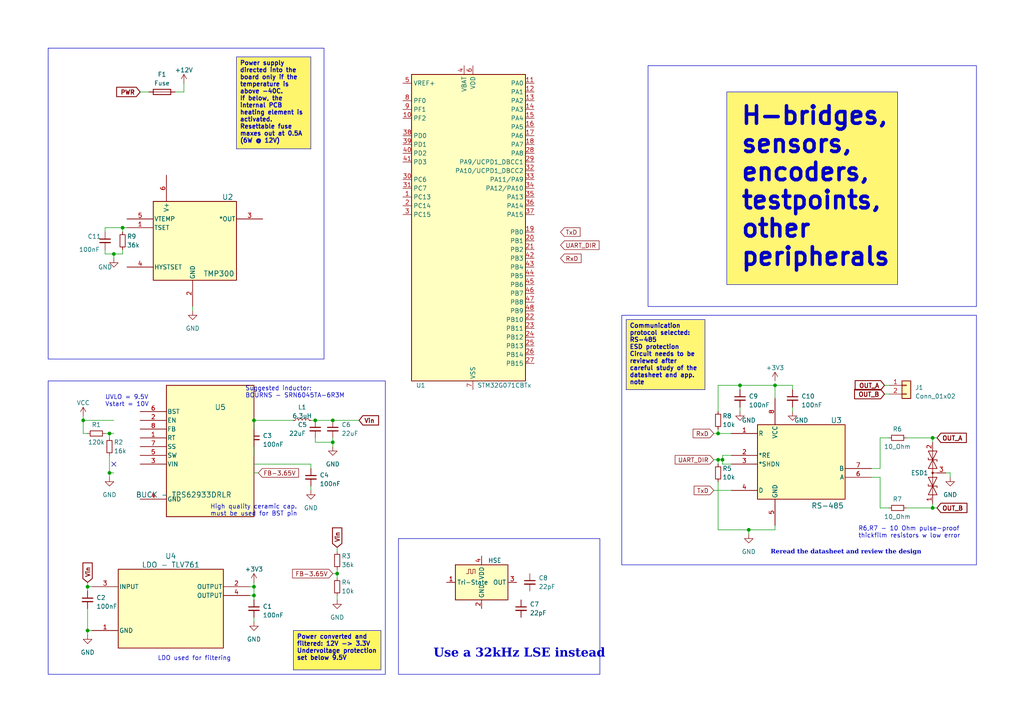
<source format=kicad_sch>
(kicad_sch (version 20230121) (generator eeschema)

  (uuid 94378909-68d7-4d93-afe3-b42f0d297cc4)

  (paper "A4")

  (lib_symbols
    (symbol "1.Texas_Instruments:XTPS62933DRLR" (pin_names (offset 0.254)) (in_bom yes) (on_board yes)
      (property "Reference" "U" (at 20.32 12.7 0)
        (effects (font (size 1.524 1.524)))
      )
      (property "Value" "XTPS62933DRLR" (at 20.32 10.16 0)
        (effects (font (size 1.524 1.524)))
      )
      (property "Footprint" "SOT_33DRLR_TEX" (at 24.13 -28.575 0)
        (effects (font (size 1.27 1.27) italic) hide)
      )
      (property "Datasheet" "XTPS62933DRLR" (at 15.875 5.715 0)
        (effects (font (size 1.27 1.27) italic) hide)
      )
      (property "ki_locked" "" (at 0 0 0)
        (effects (font (size 1.27 1.27)))
      )
      (property "ki_keywords" "XTPS62933DRLR" (at 0 0 0)
        (effects (font (size 1.27 1.27)) hide)
      )
      (property "ki_fp_filters" "SOT_33DRLR_TEX SOT_33DRLR_TEX-M SOT_33DRLR_TEX-L" (at 0 0 0)
        (effects (font (size 1.27 1.27)) hide)
      )
      (symbol "XTPS62933DRLR_0_1"
        (pin unspecified line (at 0 -7.62 0) (length 7.62)
          (name "RT" (effects (font (size 1.27 1.27))))
          (number "1" (effects (font (size 1.27 1.27))))
        )
        (pin unspecified line (at 0 -2.54 0) (length 7.62)
          (name "EN" (effects (font (size 1.27 1.27))))
          (number "2" (effects (font (size 1.27 1.27))))
        )
        (pin unspecified line (at 0 -15.24 0) (length 7.62)
          (name "VIN" (effects (font (size 1.27 1.27))))
          (number "3" (effects (font (size 1.27 1.27))))
        )
        (pin power_out line (at 0 -25.4 0) (length 7.62)
          (name "GND" (effects (font (size 1.27 1.27))))
          (number "4" (effects (font (size 1.27 1.27))))
        )
        (pin unspecified line (at 0 -12.7 0) (length 7.62)
          (name "SW" (effects (font (size 1.27 1.27))))
          (number "5" (effects (font (size 1.27 1.27))))
        )
        (pin unspecified line (at 0 0 0) (length 7.62)
          (name "BST" (effects (font (size 1.27 1.27))))
          (number "6" (effects (font (size 1.27 1.27))))
        )
        (pin unspecified line (at 0 -10.16 0) (length 7.62)
          (name "SS" (effects (font (size 1.27 1.27))))
          (number "7" (effects (font (size 1.27 1.27))))
        )
        (pin unspecified line (at 0 -5.08 0) (length 7.62)
          (name "FB" (effects (font (size 1.27 1.27))))
          (number "8" (effects (font (size 1.27 1.27))))
        )
      )
      (symbol "XTPS62933DRLR_1_1"
        (rectangle (start 7.62 7.62) (end 33.02 -30.48)
          (stroke (width 0.254) (type solid))
          (fill (type background))
        )
      )
    )
    (symbol "Connector_Generic:Conn_01x02" (pin_names (offset 1.016) hide) (in_bom yes) (on_board yes)
      (property "Reference" "J" (at 0 2.54 0)
        (effects (font (size 1.27 1.27)))
      )
      (property "Value" "Conn_01x02" (at 0 -5.08 0)
        (effects (font (size 1.27 1.27)))
      )
      (property "Footprint" "" (at 0 0 0)
        (effects (font (size 1.27 1.27)) hide)
      )
      (property "Datasheet" "~" (at 0 0 0)
        (effects (font (size 1.27 1.27)) hide)
      )
      (property "ki_keywords" "connector" (at 0 0 0)
        (effects (font (size 1.27 1.27)) hide)
      )
      (property "ki_description" "Generic connector, single row, 01x02, script generated (kicad-library-utils/schlib/autogen/connector/)" (at 0 0 0)
        (effects (font (size 1.27 1.27)) hide)
      )
      (property "ki_fp_filters" "Connector*:*_1x??_*" (at 0 0 0)
        (effects (font (size 1.27 1.27)) hide)
      )
      (symbol "Conn_01x02_1_1"
        (rectangle (start -1.27 -2.413) (end 0 -2.667)
          (stroke (width 0.1524) (type default))
          (fill (type none))
        )
        (rectangle (start -1.27 0.127) (end 0 -0.127)
          (stroke (width 0.1524) (type default))
          (fill (type none))
        )
        (rectangle (start -1.27 1.27) (end 1.27 -3.81)
          (stroke (width 0.254) (type default))
          (fill (type background))
        )
        (pin passive line (at -5.08 0 0) (length 3.81)
          (name "Pin_1" (effects (font (size 1.27 1.27))))
          (number "1" (effects (font (size 1.27 1.27))))
        )
        (pin passive line (at -5.08 -2.54 0) (length 3.81)
          (name "Pin_2" (effects (font (size 1.27 1.27))))
          (number "2" (effects (font (size 1.27 1.27))))
        )
      )
    )
    (symbol "Custom_Components:PTLV76118DCYR" (pin_names (offset 0.254)) (in_bom yes) (on_board yes)
      (property "Reference" "U" (at 22.86 10.16 0)
        (effects (font (size 1.524 1.524)))
      )
      (property "Value" "PTLV76118DCYR" (at 22.86 7.62 0)
        (effects (font (size 1.524 1.524)))
      )
      (property "Footprint" "SOT_8DCYR_TEX" (at 29.845 -15.875 0)
        (effects (font (size 1.27 1.27) italic) hide)
      )
      (property "Datasheet" "PTLV76118DCYR" (at 15.875 3.175 0)
        (effects (font (size 1.27 1.27) italic) hide)
      )
      (property "ki_locked" "" (at 0 0 0)
        (effects (font (size 1.27 1.27)))
      )
      (property "ki_keywords" "PTLV76118DCYR" (at 0 0 0)
        (effects (font (size 1.27 1.27)) hide)
      )
      (property "ki_fp_filters" "SOT_8DCYR_TEX SOT_8DCYR_TEX-M SOT_8DCYR_TEX-L" (at 0 0 0)
        (effects (font (size 1.27 1.27)) hide)
      )
      (symbol "PTLV76118DCYR_0_1"
        (pin power_out line (at 0 -12.7 0) (length 7.62)
          (name "GND" (effects (font (size 1.27 1.27))))
          (number "1" (effects (font (size 1.27 1.27))))
        )
        (pin output line (at 45.72 0 180) (length 7.62)
          (name "OUTPUT" (effects (font (size 1.27 1.27))))
          (number "2" (effects (font (size 1.27 1.27))))
        )
        (pin input line (at 0 0 0) (length 7.62)
          (name "INPUT" (effects (font (size 1.27 1.27))))
          (number "3" (effects (font (size 1.27 1.27))))
        )
        (pin output line (at 45.72 -2.54 180) (length 7.62)
          (name "OUTPUT" (effects (font (size 1.27 1.27))))
          (number "4" (effects (font (size 1.27 1.27))))
        )
      )
      (symbol "PTLV76118DCYR_1_1"
        (rectangle (start 7.62 5.08) (end 38.1 -17.78)
          (stroke (width 0.254) (type solid))
          (fill (type background))
        )
      )
    )
    (symbol "Custom_Components:THVD1426DRLR" (pin_names (offset 0.254)) (in_bom yes) (on_board yes)
      (property "Reference" "U3" (at 22.86 1.27 0)
        (effects (font (size 1.524 1.524)))
      )
      (property "Value" "RS-485" (at 20.32 -23.495 0)
        (effects (font (size 1.524 1.524)))
      )
      (property "Footprint" "SOT5X3-8_DRL_TEX" (at 15.24 -20.32 0)
        (effects (font (size 1.27 1.27) italic) hide)
      )
      (property "Datasheet" "THVD1426DRLR" (at 17.145 -1.27 0)
        (effects (font (size 1.27 1.27) italic) hide)
      )
      (property "ki_locked" "" (at 0 0 0)
        (effects (font (size 1.27 1.27)))
      )
      (property "ki_keywords" "THVD1426DRLR" (at 0 0 0)
        (effects (font (size 1.27 1.27)) hide)
      )
      (property "ki_fp_filters" "SOT5X3-8_DRL_TEX SOT5X3-8_DRL_TEX-M SOT5X3-8_DRL_TEX-L" (at 0 0 0)
        (effects (font (size 1.27 1.27)) hide)
      )
      (symbol "THVD1426DRLR_0_1"
        (pin output line (at -7.62 -2.54 0) (length 7.62)
          (name "R" (effects (font (size 1.27 1.27))))
          (number "1" (effects (font (size 1.27 1.27))))
        )
        (pin input line (at -7.62 -8.89 0) (length 7.62)
          (name "*RE" (effects (font (size 1.27 1.27))))
          (number "2" (effects (font (size 1.27 1.27))))
        )
        (pin input line (at -7.62 -11.43 0) (length 7.62)
          (name "*SHDN" (effects (font (size 1.27 1.27))))
          (number "3" (effects (font (size 1.27 1.27))))
        )
        (pin input line (at -7.62 -19.05 0) (length 7.62)
          (name "D" (effects (font (size 1.27 1.27))))
          (number "4" (effects (font (size 1.27 1.27))))
        )
        (pin power_out line (at 5.08 -29.21 90) (length 7.62)
          (name "GND" (effects (font (size 1.27 1.27))))
          (number "5" (effects (font (size 1.27 1.27))))
        )
        (pin bidirectional line (at 33.02 -15.24 180) (length 7.62)
          (name "A" (effects (font (size 1.27 1.27))))
          (number "6" (effects (font (size 1.27 1.27))))
        )
        (pin bidirectional line (at 33.02 -12.7 180) (length 7.62)
          (name "B" (effects (font (size 1.27 1.27))))
          (number "7" (effects (font (size 1.27 1.27))))
        )
        (pin power_in line (at 5.08 7.62 270) (length 7.62)
          (name "VCC" (effects (font (size 1.27 1.27))))
          (number "8" (effects (font (size 1.27 1.27))))
        )
      )
      (symbol "THVD1426DRLR_1_1"
        (rectangle (start 0 0) (end 25.4 -21.59)
          (stroke (width 0.254) (type solid))
          (fill (type background))
        )
      )
    )
    (symbol "Custom_Components:TMP300AIDCKR" (pin_names (offset 0.254)) (in_bom yes) (on_board yes)
      (property "Reference" "U2" (at 21.59 1.27 0)
        (effects (font (size 1.524 1.524)))
      )
      (property "Value" "TMP300" (at 19.05 -20.955 0)
        (effects (font (size 1.524 1.524)))
      )
      (property "Footprint" "DCK6" (at 2.54 -1.27 0)
        (effects (font (size 1.27 1.27) italic) hide)
      )
      (property "Datasheet" "TMP300AIDCKR" (at 6.985 -3.175 0)
        (effects (font (size 1.27 1.27) italic) hide)
      )
      (property "ki_locked" "" (at 0 0 0)
        (effects (font (size 1.27 1.27)))
      )
      (property "ki_keywords" "TMP300AIDCKR" (at 0 0 0)
        (effects (font (size 1.27 1.27)) hide)
      )
      (property "ki_fp_filters" "DCK6 DCK6-M DCK6-L" (at 0 0 0)
        (effects (font (size 1.27 1.27)) hide)
      )
      (symbol "TMP300AIDCKR_0_1"
        (pin unspecified line (at -7.62 -7.62 0) (length 7.62)
          (name "TSET" (effects (font (size 1.27 1.27))))
          (number "1" (effects (font (size 1.27 1.27))))
        )
        (pin power_in line (at 11.43 -30.48 90) (length 7.62)
          (name "GND" (effects (font (size 1.27 1.27))))
          (number "2" (effects (font (size 1.27 1.27))))
        )
        (pin output line (at 31.75 -5.08 180) (length 7.62)
          (name "*OUT" (effects (font (size 1.27 1.27))))
          (number "3" (effects (font (size 1.27 1.27))))
        )
        (pin unspecified line (at -7.62 -19.05 0) (length 7.62)
          (name "HYSTSET" (effects (font (size 1.27 1.27))))
          (number "4" (effects (font (size 1.27 1.27))))
        )
        (pin unspecified line (at -7.62 -5.08 0) (length 7.62)
          (name "VTEMP" (effects (font (size 1.27 1.27))))
          (number "5" (effects (font (size 1.27 1.27))))
        )
        (pin power_in line (at 3.81 7.62 270) (length 7.62)
          (name "V+" (effects (font (size 1.27 1.27))))
          (number "6" (effects (font (size 1.27 1.27))))
        )
      )
      (symbol "TMP300AIDCKR_1_1"
        (rectangle (start 0 0) (end 24.13 -22.86)
          (stroke (width 0.254) (type solid))
          (fill (type background))
        )
      )
    )
    (symbol "Device:C_Small" (pin_numbers hide) (pin_names (offset 0.254) hide) (in_bom yes) (on_board yes)
      (property "Reference" "C" (at 0.254 1.778 0)
        (effects (font (size 1.27 1.27)) (justify left))
      )
      (property "Value" "C_Small" (at 0.254 -2.032 0)
        (effects (font (size 1.27 1.27)) (justify left))
      )
      (property "Footprint" "" (at 0 0 0)
        (effects (font (size 1.27 1.27)) hide)
      )
      (property "Datasheet" "~" (at 0 0 0)
        (effects (font (size 1.27 1.27)) hide)
      )
      (property "ki_keywords" "capacitor cap" (at 0 0 0)
        (effects (font (size 1.27 1.27)) hide)
      )
      (property "ki_description" "Unpolarized capacitor, small symbol" (at 0 0 0)
        (effects (font (size 1.27 1.27)) hide)
      )
      (property "ki_fp_filters" "C_*" (at 0 0 0)
        (effects (font (size 1.27 1.27)) hide)
      )
      (symbol "C_Small_0_1"
        (polyline
          (pts
            (xy -1.524 -0.508)
            (xy 1.524 -0.508)
          )
          (stroke (width 0.3302) (type default))
          (fill (type none))
        )
        (polyline
          (pts
            (xy -1.524 0.508)
            (xy 1.524 0.508)
          )
          (stroke (width 0.3048) (type default))
          (fill (type none))
        )
      )
      (symbol "C_Small_1_1"
        (pin passive line (at 0 2.54 270) (length 2.032)
          (name "~" (effects (font (size 1.27 1.27))))
          (number "1" (effects (font (size 1.27 1.27))))
        )
        (pin passive line (at 0 -2.54 90) (length 2.032)
          (name "~" (effects (font (size 1.27 1.27))))
          (number "2" (effects (font (size 1.27 1.27))))
        )
      )
    )
    (symbol "Device:Fuse" (pin_numbers hide) (pin_names (offset 0)) (in_bom yes) (on_board yes)
      (property "Reference" "F" (at 2.032 0 90)
        (effects (font (size 1.27 1.27)))
      )
      (property "Value" "Fuse" (at -1.905 0 90)
        (effects (font (size 1.27 1.27)))
      )
      (property "Footprint" "" (at -1.778 0 90)
        (effects (font (size 1.27 1.27)) hide)
      )
      (property "Datasheet" "~" (at 0 0 0)
        (effects (font (size 1.27 1.27)) hide)
      )
      (property "ki_keywords" "fuse" (at 0 0 0)
        (effects (font (size 1.27 1.27)) hide)
      )
      (property "ki_description" "Fuse" (at 0 0 0)
        (effects (font (size 1.27 1.27)) hide)
      )
      (property "ki_fp_filters" "*Fuse*" (at 0 0 0)
        (effects (font (size 1.27 1.27)) hide)
      )
      (symbol "Fuse_0_1"
        (rectangle (start -0.762 -2.54) (end 0.762 2.54)
          (stroke (width 0.254) (type default))
          (fill (type none))
        )
        (polyline
          (pts
            (xy 0 2.54)
            (xy 0 -2.54)
          )
          (stroke (width 0) (type default))
          (fill (type none))
        )
      )
      (symbol "Fuse_1_1"
        (pin passive line (at 0 3.81 270) (length 1.27)
          (name "~" (effects (font (size 1.27 1.27))))
          (number "1" (effects (font (size 1.27 1.27))))
        )
        (pin passive line (at 0 -3.81 90) (length 1.27)
          (name "~" (effects (font (size 1.27 1.27))))
          (number "2" (effects (font (size 1.27 1.27))))
        )
      )
    )
    (symbol "Device:L_Small" (pin_numbers hide) (pin_names (offset 0.254) hide) (in_bom yes) (on_board yes)
      (property "Reference" "L" (at 0.762 1.016 0)
        (effects (font (size 1.27 1.27)) (justify left))
      )
      (property "Value" "L_Small" (at 0.762 -1.016 0)
        (effects (font (size 1.27 1.27)) (justify left))
      )
      (property "Footprint" "" (at 0 0 0)
        (effects (font (size 1.27 1.27)) hide)
      )
      (property "Datasheet" "~" (at 0 0 0)
        (effects (font (size 1.27 1.27)) hide)
      )
      (property "ki_keywords" "inductor choke coil reactor magnetic" (at 0 0 0)
        (effects (font (size 1.27 1.27)) hide)
      )
      (property "ki_description" "Inductor, small symbol" (at 0 0 0)
        (effects (font (size 1.27 1.27)) hide)
      )
      (property "ki_fp_filters" "Choke_* *Coil* Inductor_* L_*" (at 0 0 0)
        (effects (font (size 1.27 1.27)) hide)
      )
      (symbol "L_Small_0_1"
        (arc (start 0 -2.032) (mid 0.5058 -1.524) (end 0 -1.016)
          (stroke (width 0) (type default))
          (fill (type none))
        )
        (arc (start 0 -1.016) (mid 0.5058 -0.508) (end 0 0)
          (stroke (width 0) (type default))
          (fill (type none))
        )
        (arc (start 0 0) (mid 0.5058 0.508) (end 0 1.016)
          (stroke (width 0) (type default))
          (fill (type none))
        )
        (arc (start 0 1.016) (mid 0.5058 1.524) (end 0 2.032)
          (stroke (width 0) (type default))
          (fill (type none))
        )
      )
      (symbol "L_Small_1_1"
        (pin passive line (at 0 2.54 270) (length 0.508)
          (name "~" (effects (font (size 1.27 1.27))))
          (number "1" (effects (font (size 1.27 1.27))))
        )
        (pin passive line (at 0 -2.54 90) (length 0.508)
          (name "~" (effects (font (size 1.27 1.27))))
          (number "2" (effects (font (size 1.27 1.27))))
        )
      )
    )
    (symbol "Device:R_Small" (pin_numbers hide) (pin_names (offset 0.254) hide) (in_bom yes) (on_board yes)
      (property "Reference" "R" (at 0.762 0.508 0)
        (effects (font (size 1.27 1.27)) (justify left))
      )
      (property "Value" "R_Small" (at 0.762 -1.016 0)
        (effects (font (size 1.27 1.27)) (justify left))
      )
      (property "Footprint" "" (at 0 0 0)
        (effects (font (size 1.27 1.27)) hide)
      )
      (property "Datasheet" "~" (at 0 0 0)
        (effects (font (size 1.27 1.27)) hide)
      )
      (property "ki_keywords" "R resistor" (at 0 0 0)
        (effects (font (size 1.27 1.27)) hide)
      )
      (property "ki_description" "Resistor, small symbol" (at 0 0 0)
        (effects (font (size 1.27 1.27)) hide)
      )
      (property "ki_fp_filters" "R_*" (at 0 0 0)
        (effects (font (size 1.27 1.27)) hide)
      )
      (symbol "R_Small_0_1"
        (rectangle (start -0.762 1.778) (end 0.762 -1.778)
          (stroke (width 0.2032) (type default))
          (fill (type none))
        )
      )
      (symbol "R_Small_1_1"
        (pin passive line (at 0 2.54 270) (length 0.762)
          (name "~" (effects (font (size 1.27 1.27))))
          (number "1" (effects (font (size 1.27 1.27))))
        )
        (pin passive line (at 0 -2.54 90) (length 0.762)
          (name "~" (effects (font (size 1.27 1.27))))
          (number "2" (effects (font (size 1.27 1.27))))
        )
      )
    )
    (symbol "Diode:SM712_SOT23" (pin_names (offset 1.016) hide) (in_bom yes) (on_board yes)
      (property "Reference" "D" (at 0 4.445 0)
        (effects (font (size 1.27 1.27)))
      )
      (property "Value" "SM712_SOT23" (at 0 2.54 0)
        (effects (font (size 1.27 1.27)))
      )
      (property "Footprint" "Package_TO_SOT_SMD:SOT-23" (at 0 -8.89 0)
        (effects (font (size 1.27 1.27)) hide)
      )
      (property "Datasheet" "https://www.littelfuse.com/~/media/electronics/datasheets/tvs_diode_arrays/littelfuse_tvs_diode_array_sm712_datasheet.pdf.pdf" (at -3.81 0 0)
        (effects (font (size 1.27 1.27)) hide)
      )
      (property "ki_keywords" "transient voltage suppressor thyrector transil" (at 0 0 0)
        (effects (font (size 1.27 1.27)) hide)
      )
      (property "ki_description" "7V/12V, 600W Asymmetrical TVS Diode Array, SOT-23" (at 0 0 0)
        (effects (font (size 1.27 1.27)) hide)
      )
      (property "ki_fp_filters" "SOT?23*" (at 0 0 0)
        (effects (font (size 1.27 1.27)) hide)
      )
      (symbol "SM712_SOT23_0_0"
        (polyline
          (pts
            (xy 0 -1.27)
            (xy 0 0)
          )
          (stroke (width 0) (type default))
          (fill (type none))
        )
      )
      (symbol "SM712_SOT23_0_1"
        (polyline
          (pts
            (xy -6.35 0)
            (xy 6.35 0)
          )
          (stroke (width 0) (type default))
          (fill (type none))
        )
        (polyline
          (pts
            (xy -3.302 1.27)
            (xy -3.81 1.27)
            (xy -3.81 -1.27)
            (xy -4.318 -1.27)
          )
          (stroke (width 0.2032) (type default))
          (fill (type none))
        )
        (polyline
          (pts
            (xy 4.318 1.27)
            (xy 3.81 1.27)
            (xy 3.81 -1.27)
            (xy 3.302 -1.27)
          )
          (stroke (width 0.2032) (type default))
          (fill (type none))
        )
        (polyline
          (pts
            (xy -6.35 -1.27)
            (xy -1.27 1.27)
            (xy -1.27 -1.27)
            (xy -6.35 1.27)
            (xy -6.35 -1.27)
          )
          (stroke (width 0.2032) (type default))
          (fill (type none))
        )
        (polyline
          (pts
            (xy 1.27 -1.27)
            (xy 1.27 1.27)
            (xy 6.35 -1.27)
            (xy 6.35 1.27)
            (xy 1.27 -1.27)
          )
          (stroke (width 0.2032) (type default))
          (fill (type none))
        )
        (circle (center 0 0) (radius 0.254)
          (stroke (width 0) (type default))
          (fill (type outline))
        )
      )
      (symbol "SM712_SOT23_1_1"
        (pin passive line (at -8.89 0 0) (length 2.54)
          (name "A1" (effects (font (size 1.27 1.27))))
          (number "1" (effects (font (size 1.27 1.27))))
        )
        (pin passive line (at 8.89 0 180) (length 2.54)
          (name "A2" (effects (font (size 1.27 1.27))))
          (number "2" (effects (font (size 1.27 1.27))))
        )
        (pin input line (at 0 -3.81 90) (length 2.54)
          (name "common" (effects (font (size 1.27 1.27))))
          (number "3" (effects (font (size 1.27 1.27))))
        )
      )
    )
    (symbol "MCU_ST_STM32G0:STM32G071CBTx" (in_bom yes) (on_board yes)
      (property "Reference" "U" (at -15.24 46.99 0)
        (effects (font (size 1.27 1.27)) (justify left))
      )
      (property "Value" "STM32G071CBTx" (at 5.08 46.99 0)
        (effects (font (size 1.27 1.27)) (justify left))
      )
      (property "Footprint" "Package_QFP:LQFP-48_7x7mm_P0.5mm" (at -15.24 -43.18 0)
        (effects (font (size 1.27 1.27)) (justify right) hide)
      )
      (property "Datasheet" "https://www.st.com/resource/en/datasheet/stm32g071cb.pdf" (at 0 0 0)
        (effects (font (size 1.27 1.27)) hide)
      )
      (property "ki_locked" "" (at 0 0 0)
        (effects (font (size 1.27 1.27)))
      )
      (property "ki_keywords" "Arm Cortex-M0+ STM32G0 STM32G0x1" (at 0 0 0)
        (effects (font (size 1.27 1.27)) hide)
      )
      (property "ki_description" "STMicroelectronics Arm Cortex-M0+ MCU, 128KB flash, 36KB RAM, 64 MHz, 1.7-3.6V, 44 GPIO, LQFP48" (at 0 0 0)
        (effects (font (size 1.27 1.27)) hide)
      )
      (property "ki_fp_filters" "LQFP*7x7mm*P0.5mm*" (at 0 0 0)
        (effects (font (size 1.27 1.27)) hide)
      )
      (symbol "STM32G071CBTx_0_1"
        (rectangle (start -15.24 -43.18) (end 17.78 45.72)
          (stroke (width 0.254) (type default))
          (fill (type background))
        )
      )
      (symbol "STM32G071CBTx_1_1"
        (pin bidirectional line (at -17.78 10.16 0) (length 2.54)
          (name "PC13" (effects (font (size 1.27 1.27))))
          (number "1" (effects (font (size 1.27 1.27))))
          (alternate "RTC_OUT_ALARM" bidirectional line)
          (alternate "RTC_OUT_CALIB" bidirectional line)
          (alternate "RTC_TAMP_IN1" bidirectional line)
          (alternate "RTC_TS" bidirectional line)
          (alternate "SYS_WKUP2" bidirectional line)
          (alternate "TIM1_BK" bidirectional line)
        )
        (pin bidirectional line (at -17.78 33.02 0) (length 2.54)
          (name "PF2" (effects (font (size 1.27 1.27))))
          (number "10" (effects (font (size 1.27 1.27))))
          (alternate "RCC_MCO" bidirectional line)
        )
        (pin bidirectional line (at 20.32 43.18 180) (length 2.54)
          (name "PA0" (effects (font (size 1.27 1.27))))
          (number "11" (effects (font (size 1.27 1.27))))
          (alternate "ADC1_IN0" bidirectional line)
          (alternate "COMP1_INM" bidirectional line)
          (alternate "COMP1_OUT" bidirectional line)
          (alternate "LPTIM1_OUT" bidirectional line)
          (alternate "RTC_TAMP_IN2" bidirectional line)
          (alternate "SPI2_SCK" bidirectional line)
          (alternate "SYS_WKUP1" bidirectional line)
          (alternate "TIM2_CH1" bidirectional line)
          (alternate "TIM2_ETR" bidirectional line)
          (alternate "UCPD2_FRSTX1" bidirectional line)
          (alternate "UCPD2_FRSTX2" bidirectional line)
          (alternate "USART2_CTS" bidirectional line)
          (alternate "USART2_NSS" bidirectional line)
          (alternate "USART4_TX" bidirectional line)
        )
        (pin bidirectional line (at 20.32 40.64 180) (length 2.54)
          (name "PA1" (effects (font (size 1.27 1.27))))
          (number "12" (effects (font (size 1.27 1.27))))
          (alternate "ADC1_IN1" bidirectional line)
          (alternate "COMP1_INP" bidirectional line)
          (alternate "I2C1_SMBA" bidirectional line)
          (alternate "I2S1_CK" bidirectional line)
          (alternate "SPI1_SCK" bidirectional line)
          (alternate "TIM15_CH1N" bidirectional line)
          (alternate "TIM2_CH2" bidirectional line)
          (alternate "USART2_CK" bidirectional line)
          (alternate "USART2_DE" bidirectional line)
          (alternate "USART2_RTS" bidirectional line)
          (alternate "USART4_RX" bidirectional line)
        )
        (pin bidirectional line (at 20.32 38.1 180) (length 2.54)
          (name "PA2" (effects (font (size 1.27 1.27))))
          (number "13" (effects (font (size 1.27 1.27))))
          (alternate "ADC1_IN2" bidirectional line)
          (alternate "COMP2_INM" bidirectional line)
          (alternate "COMP2_OUT" bidirectional line)
          (alternate "I2S1_SD" bidirectional line)
          (alternate "LPUART1_TX" bidirectional line)
          (alternate "RCC_LSCO" bidirectional line)
          (alternate "SPI1_MOSI" bidirectional line)
          (alternate "SYS_WKUP4" bidirectional line)
          (alternate "TIM15_CH1" bidirectional line)
          (alternate "TIM2_CH3" bidirectional line)
          (alternate "UCPD1_FRSTX1" bidirectional line)
          (alternate "UCPD1_FRSTX2" bidirectional line)
          (alternate "USART2_TX" bidirectional line)
        )
        (pin bidirectional line (at 20.32 35.56 180) (length 2.54)
          (name "PA3" (effects (font (size 1.27 1.27))))
          (number "14" (effects (font (size 1.27 1.27))))
          (alternate "ADC1_IN3" bidirectional line)
          (alternate "COMP2_INP" bidirectional line)
          (alternate "LPUART1_RX" bidirectional line)
          (alternate "SPI2_MISO" bidirectional line)
          (alternate "TIM15_CH2" bidirectional line)
          (alternate "TIM2_CH4" bidirectional line)
          (alternate "UCPD2_FRSTX1" bidirectional line)
          (alternate "UCPD2_FRSTX2" bidirectional line)
          (alternate "USART2_RX" bidirectional line)
        )
        (pin bidirectional line (at 20.32 33.02 180) (length 2.54)
          (name "PA4" (effects (font (size 1.27 1.27))))
          (number "15" (effects (font (size 1.27 1.27))))
          (alternate "ADC1_IN4" bidirectional line)
          (alternate "DAC1_OUT1" bidirectional line)
          (alternate "I2S1_WS" bidirectional line)
          (alternate "LPTIM2_OUT" bidirectional line)
          (alternate "RTC_OUT_ALARM" bidirectional line)
          (alternate "RTC_OUT_CALIB" bidirectional line)
          (alternate "SPI1_NSS" bidirectional line)
          (alternate "SPI2_MOSI" bidirectional line)
          (alternate "TIM14_CH1" bidirectional line)
          (alternate "UCPD2_FRSTX1" bidirectional line)
          (alternate "UCPD2_FRSTX2" bidirectional line)
        )
        (pin bidirectional line (at 20.32 30.48 180) (length 2.54)
          (name "PA5" (effects (font (size 1.27 1.27))))
          (number "16" (effects (font (size 1.27 1.27))))
          (alternate "ADC1_IN5" bidirectional line)
          (alternate "CEC" bidirectional line)
          (alternate "DAC1_OUT2" bidirectional line)
          (alternate "I2S1_CK" bidirectional line)
          (alternate "LPTIM2_ETR" bidirectional line)
          (alternate "SPI1_SCK" bidirectional line)
          (alternate "TIM2_CH1" bidirectional line)
          (alternate "TIM2_ETR" bidirectional line)
          (alternate "UCPD1_FRSTX1" bidirectional line)
          (alternate "UCPD1_FRSTX2" bidirectional line)
          (alternate "USART3_TX" bidirectional line)
        )
        (pin bidirectional line (at 20.32 27.94 180) (length 2.54)
          (name "PA6" (effects (font (size 1.27 1.27))))
          (number "17" (effects (font (size 1.27 1.27))))
          (alternate "ADC1_IN6" bidirectional line)
          (alternate "COMP1_OUT" bidirectional line)
          (alternate "I2S1_MCK" bidirectional line)
          (alternate "LPUART1_CTS" bidirectional line)
          (alternate "SPI1_MISO" bidirectional line)
          (alternate "TIM16_CH1" bidirectional line)
          (alternate "TIM1_BK" bidirectional line)
          (alternate "TIM3_CH1" bidirectional line)
          (alternate "USART3_CTS" bidirectional line)
          (alternate "USART3_NSS" bidirectional line)
        )
        (pin bidirectional line (at 20.32 25.4 180) (length 2.54)
          (name "PA7" (effects (font (size 1.27 1.27))))
          (number "18" (effects (font (size 1.27 1.27))))
          (alternate "ADC1_IN7" bidirectional line)
          (alternate "COMP2_OUT" bidirectional line)
          (alternate "I2S1_SD" bidirectional line)
          (alternate "SPI1_MOSI" bidirectional line)
          (alternate "TIM14_CH1" bidirectional line)
          (alternate "TIM17_CH1" bidirectional line)
          (alternate "TIM1_CH1N" bidirectional line)
          (alternate "TIM3_CH2" bidirectional line)
          (alternate "UCPD1_FRSTX1" bidirectional line)
          (alternate "UCPD1_FRSTX2" bidirectional line)
        )
        (pin bidirectional line (at 20.32 0 180) (length 2.54)
          (name "PB0" (effects (font (size 1.27 1.27))))
          (number "19" (effects (font (size 1.27 1.27))))
          (alternate "ADC1_IN8" bidirectional line)
          (alternate "COMP1_OUT" bidirectional line)
          (alternate "I2S1_WS" bidirectional line)
          (alternate "LPTIM1_OUT" bidirectional line)
          (alternate "SPI1_NSS" bidirectional line)
          (alternate "TIM1_CH2N" bidirectional line)
          (alternate "TIM3_CH3" bidirectional line)
          (alternate "UCPD1_FRSTX1" bidirectional line)
          (alternate "UCPD1_FRSTX2" bidirectional line)
          (alternate "USART3_RX" bidirectional line)
        )
        (pin bidirectional line (at -17.78 7.62 0) (length 2.54)
          (name "PC14" (effects (font (size 1.27 1.27))))
          (number "2" (effects (font (size 1.27 1.27))))
          (alternate "RCC_OSC32_IN" bidirectional line)
          (alternate "TIM1_BK2" bidirectional line)
        )
        (pin bidirectional line (at 20.32 -2.54 180) (length 2.54)
          (name "PB1" (effects (font (size 1.27 1.27))))
          (number "20" (effects (font (size 1.27 1.27))))
          (alternate "ADC1_IN9" bidirectional line)
          (alternate "COMP1_INM" bidirectional line)
          (alternate "LPTIM2_IN1" bidirectional line)
          (alternate "LPUART1_DE" bidirectional line)
          (alternate "LPUART1_RTS" bidirectional line)
          (alternate "TIM14_CH1" bidirectional line)
          (alternate "TIM1_CH3N" bidirectional line)
          (alternate "TIM3_CH4" bidirectional line)
          (alternate "USART3_CK" bidirectional line)
          (alternate "USART3_DE" bidirectional line)
          (alternate "USART3_RTS" bidirectional line)
        )
        (pin bidirectional line (at 20.32 -5.08 180) (length 2.54)
          (name "PB2" (effects (font (size 1.27 1.27))))
          (number "21" (effects (font (size 1.27 1.27))))
          (alternate "ADC1_IN10" bidirectional line)
          (alternate "COMP1_INP" bidirectional line)
          (alternate "LPTIM1_OUT" bidirectional line)
          (alternate "SPI2_MISO" bidirectional line)
          (alternate "USART3_TX" bidirectional line)
        )
        (pin bidirectional line (at 20.32 -25.4 180) (length 2.54)
          (name "PB10" (effects (font (size 1.27 1.27))))
          (number "22" (effects (font (size 1.27 1.27))))
          (alternate "ADC1_IN11" bidirectional line)
          (alternate "CEC" bidirectional line)
          (alternate "COMP1_OUT" bidirectional line)
          (alternate "I2C2_SCL" bidirectional line)
          (alternate "LPUART1_RX" bidirectional line)
          (alternate "SPI2_SCK" bidirectional line)
          (alternate "TIM2_CH3" bidirectional line)
          (alternate "USART3_TX" bidirectional line)
        )
        (pin bidirectional line (at 20.32 -27.94 180) (length 2.54)
          (name "PB11" (effects (font (size 1.27 1.27))))
          (number "23" (effects (font (size 1.27 1.27))))
          (alternate "ADC1_EXTI11" bidirectional line)
          (alternate "ADC1_IN15" bidirectional line)
          (alternate "COMP2_OUT" bidirectional line)
          (alternate "I2C2_SDA" bidirectional line)
          (alternate "LPUART1_TX" bidirectional line)
          (alternate "SPI2_MOSI" bidirectional line)
          (alternate "TIM2_CH4" bidirectional line)
          (alternate "USART3_RX" bidirectional line)
        )
        (pin bidirectional line (at 20.32 -30.48 180) (length 2.54)
          (name "PB12" (effects (font (size 1.27 1.27))))
          (number "24" (effects (font (size 1.27 1.27))))
          (alternate "ADC1_IN16" bidirectional line)
          (alternate "LPUART1_DE" bidirectional line)
          (alternate "LPUART1_RTS" bidirectional line)
          (alternate "SPI2_NSS" bidirectional line)
          (alternate "TIM15_BK" bidirectional line)
          (alternate "TIM1_BK" bidirectional line)
          (alternate "UCPD2_FRSTX1" bidirectional line)
          (alternate "UCPD2_FRSTX2" bidirectional line)
        )
        (pin bidirectional line (at 20.32 -33.02 180) (length 2.54)
          (name "PB13" (effects (font (size 1.27 1.27))))
          (number "25" (effects (font (size 1.27 1.27))))
          (alternate "I2C2_SCL" bidirectional line)
          (alternate "LPUART1_CTS" bidirectional line)
          (alternate "SPI2_SCK" bidirectional line)
          (alternate "TIM15_CH1N" bidirectional line)
          (alternate "TIM1_CH1N" bidirectional line)
          (alternate "USART3_CTS" bidirectional line)
          (alternate "USART3_NSS" bidirectional line)
        )
        (pin bidirectional line (at 20.32 -35.56 180) (length 2.54)
          (name "PB14" (effects (font (size 1.27 1.27))))
          (number "26" (effects (font (size 1.27 1.27))))
          (alternate "I2C2_SDA" bidirectional line)
          (alternate "SPI2_MISO" bidirectional line)
          (alternate "TIM15_CH1" bidirectional line)
          (alternate "TIM1_CH2N" bidirectional line)
          (alternate "UCPD1_FRSTX1" bidirectional line)
          (alternate "UCPD1_FRSTX2" bidirectional line)
          (alternate "USART3_CK" bidirectional line)
          (alternate "USART3_DE" bidirectional line)
          (alternate "USART3_RTS" bidirectional line)
        )
        (pin bidirectional line (at 20.32 -38.1 180) (length 2.54)
          (name "PB15" (effects (font (size 1.27 1.27))))
          (number "27" (effects (font (size 1.27 1.27))))
          (alternate "RTC_REFIN" bidirectional line)
          (alternate "SPI2_MOSI" bidirectional line)
          (alternate "TIM15_CH1N" bidirectional line)
          (alternate "TIM15_CH2" bidirectional line)
          (alternate "TIM1_CH3N" bidirectional line)
          (alternate "UCPD1_CC2" bidirectional line)
        )
        (pin bidirectional line (at 20.32 22.86 180) (length 2.54)
          (name "PA8" (effects (font (size 1.27 1.27))))
          (number "28" (effects (font (size 1.27 1.27))))
          (alternate "LPTIM2_OUT" bidirectional line)
          (alternate "RCC_MCO" bidirectional line)
          (alternate "SPI2_NSS" bidirectional line)
          (alternate "TIM1_CH1" bidirectional line)
          (alternate "UCPD1_CC1" bidirectional line)
        )
        (pin bidirectional line (at 20.32 20.32 180) (length 2.54)
          (name "PA9/UCPD1_DBCC1" (effects (font (size 1.27 1.27))))
          (number "29" (effects (font (size 1.27 1.27))))
          (alternate "DAC1_EXTI9" bidirectional line)
          (alternate "I2C1_SCL" bidirectional line)
          (alternate "RCC_MCO" bidirectional line)
          (alternate "SPI2_MISO" bidirectional line)
          (alternate "TIM15_BK" bidirectional line)
          (alternate "TIM1_CH2" bidirectional line)
          (alternate "UCPD1_DBCC1" bidirectional line)
          (alternate "USART1_TX" bidirectional line)
        )
        (pin bidirectional line (at -17.78 5.08 0) (length 2.54)
          (name "PC15" (effects (font (size 1.27 1.27))))
          (number "3" (effects (font (size 1.27 1.27))))
          (alternate "RCC_OSC32_EN" bidirectional line)
          (alternate "RCC_OSC32_OUT" bidirectional line)
          (alternate "RCC_OSC_EN" bidirectional line)
          (alternate "TIM15_BK" bidirectional line)
        )
        (pin bidirectional line (at -17.78 15.24 0) (length 2.54)
          (name "PC6" (effects (font (size 1.27 1.27))))
          (number "30" (effects (font (size 1.27 1.27))))
          (alternate "TIM2_CH3" bidirectional line)
          (alternate "TIM3_CH1" bidirectional line)
          (alternate "UCPD1_FRSTX1" bidirectional line)
          (alternate "UCPD1_FRSTX2" bidirectional line)
        )
        (pin bidirectional line (at -17.78 12.7 0) (length 2.54)
          (name "PC7" (effects (font (size 1.27 1.27))))
          (number "31" (effects (font (size 1.27 1.27))))
          (alternate "TIM2_CH4" bidirectional line)
          (alternate "TIM3_CH2" bidirectional line)
          (alternate "UCPD2_FRSTX1" bidirectional line)
          (alternate "UCPD2_FRSTX2" bidirectional line)
        )
        (pin bidirectional line (at 20.32 17.78 180) (length 2.54)
          (name "PA10/UCPD1_DBCC2" (effects (font (size 1.27 1.27))))
          (number "32" (effects (font (size 1.27 1.27))))
          (alternate "I2C1_SDA" bidirectional line)
          (alternate "SPI2_MOSI" bidirectional line)
          (alternate "TIM17_BK" bidirectional line)
          (alternate "TIM1_CH3" bidirectional line)
          (alternate "UCPD1_DBCC2" bidirectional line)
          (alternate "USART1_RX" bidirectional line)
        )
        (pin bidirectional line (at 20.32 15.24 180) (length 2.54)
          (name "PA11/PA9" (effects (font (size 1.27 1.27))))
          (number "33" (effects (font (size 1.27 1.27))))
          (alternate "ADC1_EXTI11" bidirectional line)
          (alternate "COMP1_OUT" bidirectional line)
          (alternate "I2C2_SCL" bidirectional line)
          (alternate "I2S1_MCK" bidirectional line)
          (alternate "SPI1_MISO" bidirectional line)
          (alternate "TIM1_BK2" bidirectional line)
          (alternate "TIM1_CH4" bidirectional line)
          (alternate "USART1_CTS" bidirectional line)
          (alternate "USART1_NSS" bidirectional line)
        )
        (pin bidirectional line (at 20.32 12.7 180) (length 2.54)
          (name "PA12/PA10" (effects (font (size 1.27 1.27))))
          (number "34" (effects (font (size 1.27 1.27))))
          (alternate "COMP2_OUT" bidirectional line)
          (alternate "I2C2_SDA" bidirectional line)
          (alternate "I2S1_SD" bidirectional line)
          (alternate "I2S_CKIN" bidirectional line)
          (alternate "SPI1_MOSI" bidirectional line)
          (alternate "TIM1_ETR" bidirectional line)
          (alternate "USART1_CK" bidirectional line)
          (alternate "USART1_DE" bidirectional line)
          (alternate "USART1_RTS" bidirectional line)
        )
        (pin bidirectional line (at 20.32 10.16 180) (length 2.54)
          (name "PA13" (effects (font (size 1.27 1.27))))
          (number "35" (effects (font (size 1.27 1.27))))
          (alternate "IR_OUT" bidirectional line)
          (alternate "SYS_SWDIO" bidirectional line)
        )
        (pin bidirectional line (at 20.32 7.62 180) (length 2.54)
          (name "PA14" (effects (font (size 1.27 1.27))))
          (number "36" (effects (font (size 1.27 1.27))))
          (alternate "SYS_SWCLK" bidirectional line)
          (alternate "USART2_TX" bidirectional line)
        )
        (pin bidirectional line (at 20.32 5.08 180) (length 2.54)
          (name "PA15" (effects (font (size 1.27 1.27))))
          (number "37" (effects (font (size 1.27 1.27))))
          (alternate "I2S1_WS" bidirectional line)
          (alternate "SPI1_NSS" bidirectional line)
          (alternate "TIM2_CH1" bidirectional line)
          (alternate "TIM2_ETR" bidirectional line)
          (alternate "USART2_RX" bidirectional line)
          (alternate "USART3_CK" bidirectional line)
          (alternate "USART3_DE" bidirectional line)
          (alternate "USART3_RTS" bidirectional line)
          (alternate "USART4_CK" bidirectional line)
          (alternate "USART4_DE" bidirectional line)
          (alternate "USART4_RTS" bidirectional line)
        )
        (pin bidirectional line (at -17.78 27.94 0) (length 2.54)
          (name "PD0" (effects (font (size 1.27 1.27))))
          (number "38" (effects (font (size 1.27 1.27))))
          (alternate "SPI2_NSS" bidirectional line)
          (alternate "TIM16_CH1" bidirectional line)
          (alternate "UCPD2_CC1" bidirectional line)
        )
        (pin bidirectional line (at -17.78 25.4 0) (length 2.54)
          (name "PD1" (effects (font (size 1.27 1.27))))
          (number "39" (effects (font (size 1.27 1.27))))
          (alternate "SPI2_SCK" bidirectional line)
          (alternate "TIM17_CH1" bidirectional line)
          (alternate "UCPD2_DBCC1" bidirectional line)
        )
        (pin power_in line (at 0 48.26 270) (length 2.54)
          (name "VBAT" (effects (font (size 1.27 1.27))))
          (number "4" (effects (font (size 1.27 1.27))))
        )
        (pin bidirectional line (at -17.78 22.86 0) (length 2.54)
          (name "PD2" (effects (font (size 1.27 1.27))))
          (number "40" (effects (font (size 1.27 1.27))))
          (alternate "TIM1_CH1N" bidirectional line)
          (alternate "TIM3_ETR" bidirectional line)
          (alternate "UCPD2_CC2" bidirectional line)
          (alternate "USART3_CK" bidirectional line)
          (alternate "USART3_DE" bidirectional line)
          (alternate "USART3_RTS" bidirectional line)
        )
        (pin bidirectional line (at -17.78 20.32 0) (length 2.54)
          (name "PD3" (effects (font (size 1.27 1.27))))
          (number "41" (effects (font (size 1.27 1.27))))
          (alternate "SPI2_MISO" bidirectional line)
          (alternate "TIM1_CH2N" bidirectional line)
          (alternate "UCPD2_DBCC2" bidirectional line)
          (alternate "USART2_CTS" bidirectional line)
          (alternate "USART2_NSS" bidirectional line)
        )
        (pin bidirectional line (at 20.32 -7.62 180) (length 2.54)
          (name "PB3" (effects (font (size 1.27 1.27))))
          (number "42" (effects (font (size 1.27 1.27))))
          (alternate "COMP2_INM" bidirectional line)
          (alternate "I2S1_CK" bidirectional line)
          (alternate "SPI1_SCK" bidirectional line)
          (alternate "TIM1_CH2" bidirectional line)
          (alternate "TIM2_CH2" bidirectional line)
          (alternate "USART1_CK" bidirectional line)
          (alternate "USART1_DE" bidirectional line)
          (alternate "USART1_RTS" bidirectional line)
        )
        (pin bidirectional line (at 20.32 -10.16 180) (length 2.54)
          (name "PB4" (effects (font (size 1.27 1.27))))
          (number "43" (effects (font (size 1.27 1.27))))
          (alternate "COMP2_INP" bidirectional line)
          (alternate "I2S1_MCK" bidirectional line)
          (alternate "SPI1_MISO" bidirectional line)
          (alternate "TIM17_BK" bidirectional line)
          (alternate "TIM3_CH1" bidirectional line)
          (alternate "USART1_CTS" bidirectional line)
          (alternate "USART1_NSS" bidirectional line)
        )
        (pin bidirectional line (at 20.32 -12.7 180) (length 2.54)
          (name "PB5" (effects (font (size 1.27 1.27))))
          (number "44" (effects (font (size 1.27 1.27))))
          (alternate "COMP2_OUT" bidirectional line)
          (alternate "I2C1_SMBA" bidirectional line)
          (alternate "I2S1_SD" bidirectional line)
          (alternate "LPTIM1_IN1" bidirectional line)
          (alternate "SPI1_MOSI" bidirectional line)
          (alternate "SYS_WKUP6" bidirectional line)
          (alternate "TIM16_BK" bidirectional line)
          (alternate "TIM3_CH2" bidirectional line)
        )
        (pin bidirectional line (at 20.32 -15.24 180) (length 2.54)
          (name "PB6" (effects (font (size 1.27 1.27))))
          (number "45" (effects (font (size 1.27 1.27))))
          (alternate "COMP2_INP" bidirectional line)
          (alternate "I2C1_SCL" bidirectional line)
          (alternate "LPTIM1_ETR" bidirectional line)
          (alternate "SPI2_MISO" bidirectional line)
          (alternate "TIM16_CH1N" bidirectional line)
          (alternate "TIM1_CH3" bidirectional line)
          (alternate "USART1_TX" bidirectional line)
        )
        (pin bidirectional line (at 20.32 -17.78 180) (length 2.54)
          (name "PB7" (effects (font (size 1.27 1.27))))
          (number "46" (effects (font (size 1.27 1.27))))
          (alternate "COMP2_INM" bidirectional line)
          (alternate "I2C1_SDA" bidirectional line)
          (alternate "LPTIM1_IN2" bidirectional line)
          (alternate "SPI2_MOSI" bidirectional line)
          (alternate "SYS_PVD_IN" bidirectional line)
          (alternate "TIM17_CH1N" bidirectional line)
          (alternate "USART1_RX" bidirectional line)
          (alternate "USART4_CTS" bidirectional line)
          (alternate "USART4_NSS" bidirectional line)
        )
        (pin bidirectional line (at 20.32 -20.32 180) (length 2.54)
          (name "PB8" (effects (font (size 1.27 1.27))))
          (number "47" (effects (font (size 1.27 1.27))))
          (alternate "CEC" bidirectional line)
          (alternate "I2C1_SCL" bidirectional line)
          (alternate "SPI2_SCK" bidirectional line)
          (alternate "TIM15_BK" bidirectional line)
          (alternate "TIM16_CH1" bidirectional line)
          (alternate "USART3_TX" bidirectional line)
        )
        (pin bidirectional line (at 20.32 -22.86 180) (length 2.54)
          (name "PB9" (effects (font (size 1.27 1.27))))
          (number "48" (effects (font (size 1.27 1.27))))
          (alternate "DAC1_EXTI9" bidirectional line)
          (alternate "I2C1_SDA" bidirectional line)
          (alternate "IR_OUT" bidirectional line)
          (alternate "SPI2_NSS" bidirectional line)
          (alternate "TIM17_CH1" bidirectional line)
          (alternate "UCPD2_FRSTX1" bidirectional line)
          (alternate "UCPD2_FRSTX2" bidirectional line)
          (alternate "USART3_RX" bidirectional line)
        )
        (pin input line (at -17.78 43.18 0) (length 2.54)
          (name "VREF+" (effects (font (size 1.27 1.27))))
          (number "5" (effects (font (size 1.27 1.27))))
          (alternate "VREFBUF_OUT" bidirectional line)
        )
        (pin power_in line (at 2.54 48.26 270) (length 2.54)
          (name "VDD" (effects (font (size 1.27 1.27))))
          (number "6" (effects (font (size 1.27 1.27))))
        )
        (pin power_in line (at 2.54 -45.72 90) (length 2.54)
          (name "VSS" (effects (font (size 1.27 1.27))))
          (number "7" (effects (font (size 1.27 1.27))))
        )
        (pin bidirectional line (at -17.78 38.1 0) (length 2.54)
          (name "PF0" (effects (font (size 1.27 1.27))))
          (number "8" (effects (font (size 1.27 1.27))))
          (alternate "RCC_OSC_IN" bidirectional line)
          (alternate "TIM14_CH1" bidirectional line)
        )
        (pin bidirectional line (at -17.78 35.56 0) (length 2.54)
          (name "PF1" (effects (font (size 1.27 1.27))))
          (number "9" (effects (font (size 1.27 1.27))))
          (alternate "RCC_OSC_EN" bidirectional line)
          (alternate "RCC_OSC_OUT" bidirectional line)
          (alternate "TIM15_CH1N" bidirectional line)
        )
      )
    )
    (symbol "Oscillator:ECS-2520MV-xxx-xx" (in_bom yes) (on_board yes)
      (property "Reference" "X" (at -5.08 6.35 0)
        (effects (font (size 1.27 1.27)) (justify left))
      )
      (property "Value" "ECS-2520MV-xxx-xx" (at 1.27 -6.35 0)
        (effects (font (size 1.27 1.27)) (justify left))
      )
      (property "Footprint" "Oscillator:Oscillator_SMD_ECS_2520MV-xxx-xx-4Pin_2.5x2.0mm" (at 11.43 -8.89 0)
        (effects (font (size 1.27 1.27)) hide)
      )
      (property "Datasheet" "https://www.ecsxtal.com/store/pdf/ECS-2520MV.pdf" (at -4.445 3.175 0)
        (effects (font (size 1.27 1.27)) hide)
      )
      (property "ki_keywords" "Crystal Clock Oscillator ECS SMD" (at 0 0 0)
        (effects (font (size 1.27 1.27)) hide)
      )
      (property "ki_description" "HCMOS Crystal Clock Oscillator, 2.5x2.0 mm SMD" (at 0 0 0)
        (effects (font (size 1.27 1.27)) hide)
      )
      (property "ki_fp_filters" "Oscillator*SMD*ECS*2520MV*2.5x2.0mm*" (at 0 0 0)
        (effects (font (size 1.27 1.27)) hide)
      )
      (symbol "ECS-2520MV-xxx-xx_0_1"
        (rectangle (start -7.62 5.08) (end 7.62 -5.08)
          (stroke (width 0.254) (type default))
          (fill (type background))
        )
        (polyline
          (pts
            (xy -4.445 2.54)
            (xy -3.81 2.54)
            (xy -3.81 3.81)
            (xy -3.175 3.81)
            (xy -3.175 2.54)
            (xy -2.54 2.54)
            (xy -2.54 3.81)
            (xy -1.905 3.81)
            (xy -1.905 2.54)
          )
          (stroke (width 0) (type default))
          (fill (type none))
        )
      )
      (symbol "ECS-2520MV-xxx-xx_1_1"
        (pin input line (at -10.16 0 0) (length 2.54)
          (name "Tri-State" (effects (font (size 1.27 1.27))))
          (number "1" (effects (font (size 1.27 1.27))))
        )
        (pin power_in line (at 0 -7.62 90) (length 2.54)
          (name "GND" (effects (font (size 1.27 1.27))))
          (number "2" (effects (font (size 1.27 1.27))))
        )
        (pin output line (at 10.16 0 180) (length 2.54)
          (name "OUT" (effects (font (size 1.27 1.27))))
          (number "3" (effects (font (size 1.27 1.27))))
        )
        (pin power_in line (at 0 7.62 270) (length 2.54)
          (name "VDD" (effects (font (size 1.27 1.27))))
          (number "4" (effects (font (size 1.27 1.27))))
        )
      )
    )
    (symbol "power:+12V" (power) (pin_names (offset 0)) (in_bom yes) (on_board yes)
      (property "Reference" "#PWR" (at 0 -3.81 0)
        (effects (font (size 1.27 1.27)) hide)
      )
      (property "Value" "+12V" (at 0 3.556 0)
        (effects (font (size 1.27 1.27)))
      )
      (property "Footprint" "" (at 0 0 0)
        (effects (font (size 1.27 1.27)) hide)
      )
      (property "Datasheet" "" (at 0 0 0)
        (effects (font (size 1.27 1.27)) hide)
      )
      (property "ki_keywords" "global power" (at 0 0 0)
        (effects (font (size 1.27 1.27)) hide)
      )
      (property "ki_description" "Power symbol creates a global label with name \"+12V\"" (at 0 0 0)
        (effects (font (size 1.27 1.27)) hide)
      )
      (symbol "+12V_0_1"
        (polyline
          (pts
            (xy -0.762 1.27)
            (xy 0 2.54)
          )
          (stroke (width 0) (type default))
          (fill (type none))
        )
        (polyline
          (pts
            (xy 0 0)
            (xy 0 2.54)
          )
          (stroke (width 0) (type default))
          (fill (type none))
        )
        (polyline
          (pts
            (xy 0 2.54)
            (xy 0.762 1.27)
          )
          (stroke (width 0) (type default))
          (fill (type none))
        )
      )
      (symbol "+12V_1_1"
        (pin power_in line (at 0 0 90) (length 0) hide
          (name "+12V" (effects (font (size 1.27 1.27))))
          (number "1" (effects (font (size 1.27 1.27))))
        )
      )
    )
    (symbol "power:+3V3" (power) (pin_names (offset 0)) (in_bom yes) (on_board yes)
      (property "Reference" "#PWR" (at 0 -3.81 0)
        (effects (font (size 1.27 1.27)) hide)
      )
      (property "Value" "+3V3" (at 0 3.556 0)
        (effects (font (size 1.27 1.27)))
      )
      (property "Footprint" "" (at 0 0 0)
        (effects (font (size 1.27 1.27)) hide)
      )
      (property "Datasheet" "" (at 0 0 0)
        (effects (font (size 1.27 1.27)) hide)
      )
      (property "ki_keywords" "global power" (at 0 0 0)
        (effects (font (size 1.27 1.27)) hide)
      )
      (property "ki_description" "Power symbol creates a global label with name \"+3V3\"" (at 0 0 0)
        (effects (font (size 1.27 1.27)) hide)
      )
      (symbol "+3V3_0_1"
        (polyline
          (pts
            (xy -0.762 1.27)
            (xy 0 2.54)
          )
          (stroke (width 0) (type default))
          (fill (type none))
        )
        (polyline
          (pts
            (xy 0 0)
            (xy 0 2.54)
          )
          (stroke (width 0) (type default))
          (fill (type none))
        )
        (polyline
          (pts
            (xy 0 2.54)
            (xy 0.762 1.27)
          )
          (stroke (width 0) (type default))
          (fill (type none))
        )
      )
      (symbol "+3V3_1_1"
        (pin power_in line (at 0 0 90) (length 0) hide
          (name "+3V3" (effects (font (size 1.27 1.27))))
          (number "1" (effects (font (size 1.27 1.27))))
        )
      )
    )
    (symbol "power:GND" (power) (pin_names (offset 0)) (in_bom yes) (on_board yes)
      (property "Reference" "#PWR" (at 0 -6.35 0)
        (effects (font (size 1.27 1.27)) hide)
      )
      (property "Value" "GND" (at 0 -3.81 0)
        (effects (font (size 1.27 1.27)))
      )
      (property "Footprint" "" (at 0 0 0)
        (effects (font (size 1.27 1.27)) hide)
      )
      (property "Datasheet" "" (at 0 0 0)
        (effects (font (size 1.27 1.27)) hide)
      )
      (property "ki_keywords" "global power" (at 0 0 0)
        (effects (font (size 1.27 1.27)) hide)
      )
      (property "ki_description" "Power symbol creates a global label with name \"GND\" , ground" (at 0 0 0)
        (effects (font (size 1.27 1.27)) hide)
      )
      (symbol "GND_0_1"
        (polyline
          (pts
            (xy 0 0)
            (xy 0 -1.27)
            (xy 1.27 -1.27)
            (xy 0 -2.54)
            (xy -1.27 -1.27)
            (xy 0 -1.27)
          )
          (stroke (width 0) (type default))
          (fill (type none))
        )
      )
      (symbol "GND_1_1"
        (pin power_in line (at 0 0 270) (length 0) hide
          (name "GND" (effects (font (size 1.27 1.27))))
          (number "1" (effects (font (size 1.27 1.27))))
        )
      )
    )
    (symbol "power:VCC" (power) (pin_names (offset 0)) (in_bom yes) (on_board yes)
      (property "Reference" "#PWR" (at 0 -3.81 0)
        (effects (font (size 1.27 1.27)) hide)
      )
      (property "Value" "VCC" (at 0 3.81 0)
        (effects (font (size 1.27 1.27)))
      )
      (property "Footprint" "" (at 0 0 0)
        (effects (font (size 1.27 1.27)) hide)
      )
      (property "Datasheet" "" (at 0 0 0)
        (effects (font (size 1.27 1.27)) hide)
      )
      (property "ki_keywords" "global power" (at 0 0 0)
        (effects (font (size 1.27 1.27)) hide)
      )
      (property "ki_description" "Power symbol creates a global label with name \"VCC\"" (at 0 0 0)
        (effects (font (size 1.27 1.27)) hide)
      )
      (symbol "VCC_0_1"
        (polyline
          (pts
            (xy -0.762 1.27)
            (xy 0 2.54)
          )
          (stroke (width 0) (type default))
          (fill (type none))
        )
        (polyline
          (pts
            (xy 0 0)
            (xy 0 2.54)
          )
          (stroke (width 0) (type default))
          (fill (type none))
        )
        (polyline
          (pts
            (xy 0 2.54)
            (xy 0.762 1.27)
          )
          (stroke (width 0) (type default))
          (fill (type none))
        )
      )
      (symbol "VCC_1_1"
        (pin power_in line (at 0 0 90) (length 0) hide
          (name "VCC" (effects (font (size 1.27 1.27))))
          (number "1" (effects (font (size 1.27 1.27))))
        )
      )
    )
  )

  (junction (at 31.75 137.16) (diameter 0) (color 0 0 0 0)
    (uuid 1aedc121-b2c8-498b-8887-49557cdd2b63)
  )
  (junction (at 73.66 170.18) (diameter 0) (color 0 0 0 0)
    (uuid 1e65281a-bcd7-45d7-8d6a-ef1dd32dfe7e)
  )
  (junction (at 73.66 172.72) (diameter 0) (color 0 0 0 0)
    (uuid 21f579e6-5840-4730-8002-2d56eb452cb1)
  )
  (junction (at 96.52 121.92) (diameter 0) (color 0 0 0 0)
    (uuid 300b3b40-979a-434b-8434-701229485a3c)
  )
  (junction (at 24.13 121.92) (diameter 0) (color 0 0 0 0)
    (uuid 3e30dc54-5e8d-4a26-a017-fb110a662f3b)
  )
  (junction (at 208.28 133.35) (diameter 0) (color 0 0 0 0)
    (uuid 50ab85b2-7ae1-4bf4-aed1-07751f2c1a20)
  )
  (junction (at 209.55 133.35) (diameter 0) (color 0 0 0 0)
    (uuid 55a430bd-bc73-49ba-b9fe-562a4fc67fa4)
  )
  (junction (at 25.4 182.88) (diameter 0) (color 0 0 0 0)
    (uuid 5d627fd1-3df2-4acc-bc6f-a2e171f4de35)
  )
  (junction (at 25.4 170.18) (diameter 0) (color 0 0 0 0)
    (uuid 6063381c-12d2-4c92-a720-72420e6519ce)
  )
  (junction (at 31.75 125.73) (diameter 0) (color 0 0 0 0)
    (uuid 61111f03-4636-469b-bbd0-344af31f020d)
  )
  (junction (at 96.52 128.27) (diameter 0) (color 0 0 0 0)
    (uuid 7be52dcd-437a-4390-9c37-dca880ca5dad)
  )
  (junction (at 214.63 111.76) (diameter 0) (color 0 0 0 0)
    (uuid 8dd6461a-24d4-479f-bb76-6f68e4d88b47)
  )
  (junction (at 33.02 73.66) (diameter 0) (color 0 0 0 0)
    (uuid 9da60894-26f0-4342-bc03-7c7c6433fc65)
  )
  (junction (at 208.28 125.73) (diameter 0) (color 0 0 0 0)
    (uuid a2e2b878-0185-4941-8920-17fd13076ea1)
  )
  (junction (at 270.51 127) (diameter 0) (color 0 0 0 0)
    (uuid a4f15a09-3023-4d11-b63c-08321723ece8)
  )
  (junction (at 97.79 166.37) (diameter 0) (color 0 0 0 0)
    (uuid a7440973-3bf5-4073-bf1e-d5a664396f22)
  )
  (junction (at 224.79 111.76) (diameter 0) (color 0 0 0 0)
    (uuid bc0f9d5d-b6fb-4411-aefb-892002afa509)
  )
  (junction (at 217.17 153.67) (diameter 0) (color 0 0 0 0)
    (uuid c4f5235f-7a3e-4b5c-9392-238801e8f699)
  )
  (junction (at 73.66 121.92) (diameter 0) (color 0 0 0 0)
    (uuid c7c7f376-e75b-4ac8-ac76-0d347d3483e5)
  )
  (junction (at 35.56 66.04) (diameter 0) (color 0 0 0 0)
    (uuid d63cbd1b-ec4e-490c-9093-4fb1d4edf2f4)
  )
  (junction (at 270.51 147.32) (diameter 0) (color 0 0 0 0)
    (uuid eb3159f3-d599-4124-a6d2-8ae37c56ec02)
  )
  (junction (at 91.44 121.92) (diameter 0) (color 0 0 0 0)
    (uuid f4166655-7169-41db-8c6c-9f4a64362335)
  )

  (no_connect (at 33.02 134.62) (uuid e83d55d1-d9c3-461a-97be-d9652df34038))

  (wire (pts (xy 31.75 132.08) (xy 31.75 137.16))
    (stroke (width 0) (type default))
    (uuid 019b9f5e-fc1e-448c-a925-e3de6394ee30)
  )
  (wire (pts (xy 90.17 134.62) (xy 90.17 135.89))
    (stroke (width 0) (type default))
    (uuid 056d95f8-66e4-46ed-ae6c-8633affb1987)
  )
  (wire (pts (xy 53.34 26.67) (xy 50.8 26.67))
    (stroke (width 0) (type default))
    (uuid 0ad54ff8-daf7-4bec-8ec9-0ed9014e0b86)
  )
  (wire (pts (xy 208.28 125.73) (xy 212.09 125.73))
    (stroke (width 0) (type default))
    (uuid 0c705fba-16c7-4e5a-885e-db38f23360aa)
  )
  (wire (pts (xy 24.13 121.92) (xy 24.13 125.73))
    (stroke (width 0) (type default))
    (uuid 0cb55c88-28a0-4aca-9bff-8212319fbbb3)
  )
  (wire (pts (xy 91.44 127) (xy 91.44 128.27))
    (stroke (width 0) (type default))
    (uuid 0e200177-6b27-49ed-a7b2-5a130a2a6f60)
  )
  (wire (pts (xy 209.55 132.08) (xy 209.55 133.35))
    (stroke (width 0) (type default))
    (uuid 11221e71-5395-460d-b2e1-e8aef1efab90)
  )
  (wire (pts (xy 274.32 137.16) (xy 275.59 137.16))
    (stroke (width 0) (type default))
    (uuid 1294af37-740b-4ec1-ba93-39ea88e14a4f)
  )
  (wire (pts (xy 255.27 135.89) (xy 255.27 127))
    (stroke (width 0) (type default))
    (uuid 13068813-a232-4874-a98c-c5e84df127b5)
  )
  (wire (pts (xy 97.79 158.75) (xy 97.79 160.02))
    (stroke (width 0) (type default))
    (uuid 1382a8c1-2977-4a2d-a368-1fc8abad8a70)
  )
  (wire (pts (xy 24.13 120.65) (xy 24.13 121.92))
    (stroke (width 0) (type default))
    (uuid 14715f66-671b-4907-a34a-aac3a89ea780)
  )
  (wire (pts (xy 208.28 119.38) (xy 208.28 111.76))
    (stroke (width 0) (type default))
    (uuid 14c7e4c1-a307-4f3c-a441-af22d0d308df)
  )
  (wire (pts (xy 73.66 137.16) (xy 74.93 137.16))
    (stroke (width 0) (type default))
    (uuid 1547d4ac-5aa8-4aee-aa7a-45079bce5c1e)
  )
  (wire (pts (xy 35.56 67.31) (xy 35.56 66.04))
    (stroke (width 0) (type default))
    (uuid 15cadc45-a933-4ea7-ba9b-92de9e70601d)
  )
  (wire (pts (xy 255.27 147.32) (xy 257.81 147.32))
    (stroke (width 0) (type default))
    (uuid 19fd6759-2d72-4fac-b6b1-cf24ce9d9f5d)
  )
  (wire (pts (xy 97.79 165.1) (xy 97.79 166.37))
    (stroke (width 0) (type default))
    (uuid 1a237516-c02d-4ef0-b1dd-33f549caf0b3)
  )
  (wire (pts (xy 26.67 182.88) (xy 25.4 182.88))
    (stroke (width 0) (type default))
    (uuid 1ac468fa-13fa-4571-b359-e864cedd4cbd)
  )
  (wire (pts (xy 35.56 66.04) (xy 36.83 66.04))
    (stroke (width 0) (type default))
    (uuid 21b884e3-16bb-4aaa-a282-bf9cb1daf0e3)
  )
  (wire (pts (xy 33.02 74.93) (xy 33.02 73.66))
    (stroke (width 0) (type default))
    (uuid 27258bff-5f4b-4298-a64f-d2027249a7df)
  )
  (wire (pts (xy 35.56 72.39) (xy 35.56 73.66))
    (stroke (width 0) (type default))
    (uuid 2aa3c16e-87a0-46f2-8ad9-33d9b1651557)
  )
  (wire (pts (xy 262.89 127) (xy 270.51 127))
    (stroke (width 0) (type default))
    (uuid 32dd454f-a1fa-4dbf-be2d-bbc3a70a6fac)
  )
  (wire (pts (xy 73.66 168.91) (xy 73.66 170.18))
    (stroke (width 0) (type default))
    (uuid 3473d404-097b-42f9-9410-700df3be0f6c)
  )
  (wire (pts (xy 255.27 138.43) (xy 255.27 147.32))
    (stroke (width 0) (type default))
    (uuid 359144fa-9592-49db-9cb7-b3f5025dcd8d)
  )
  (wire (pts (xy 30.48 66.04) (xy 35.56 66.04))
    (stroke (width 0) (type default))
    (uuid 3c60942e-3db2-45e9-88e6-998f3f43556b)
  )
  (wire (pts (xy 30.48 72.39) (xy 30.48 73.66))
    (stroke (width 0) (type default))
    (uuid 3d92f969-15e6-414f-b094-b82dfe2c6c8a)
  )
  (wire (pts (xy 55.88 88.9) (xy 55.88 90.17))
    (stroke (width 0) (type default))
    (uuid 419d0c0b-5e64-4552-b242-a52ec02150ac)
  )
  (wire (pts (xy 90.17 140.97) (xy 90.17 142.24))
    (stroke (width 0) (type default))
    (uuid 46b5a383-883d-48b6-b0e7-91416627dbc6)
  )
  (wire (pts (xy 25.4 170.18) (xy 25.4 168.91))
    (stroke (width 0) (type default))
    (uuid 497d3500-97fe-4b86-b73b-f09bb7c2f300)
  )
  (wire (pts (xy 73.66 172.72) (xy 73.66 170.18))
    (stroke (width 0) (type default))
    (uuid 4b8514e8-40cb-4c82-b5e1-cd53d617fc76)
  )
  (wire (pts (xy 30.48 73.66) (xy 33.02 73.66))
    (stroke (width 0) (type default))
    (uuid 4e063949-7bb0-4d0c-aa6a-8dcbde7fc4f2)
  )
  (wire (pts (xy 24.13 121.92) (xy 33.02 121.92))
    (stroke (width 0) (type default))
    (uuid 4f7949b4-4378-4c28-8a82-4d11dd97ab06)
  )
  (wire (pts (xy 208.28 111.76) (xy 214.63 111.76))
    (stroke (width 0) (type default))
    (uuid 52028225-ca0c-43bb-add1-7bbec09f0a8f)
  )
  (wire (pts (xy 207.01 133.35) (xy 208.28 133.35))
    (stroke (width 0) (type default))
    (uuid 53236984-a886-4ee6-9fde-a47c770c3310)
  )
  (wire (pts (xy 262.89 147.32) (xy 270.51 147.32))
    (stroke (width 0) (type default))
    (uuid 55445023-3d7a-4ab5-865c-9b6f6c555614)
  )
  (wire (pts (xy 255.27 127) (xy 257.81 127))
    (stroke (width 0) (type default))
    (uuid 555a0737-3038-4014-b69c-868041277e1c)
  )
  (wire (pts (xy 208.28 133.35) (xy 209.55 133.35))
    (stroke (width 0) (type default))
    (uuid 55892dc3-3d0a-4465-ab11-fa49eef571dd)
  )
  (wire (pts (xy 40.64 26.67) (xy 43.18 26.67))
    (stroke (width 0) (type default))
    (uuid 559272f4-6de7-4c6d-b9ed-5b7624158b36)
  )
  (wire (pts (xy 217.17 153.67) (xy 217.17 154.94))
    (stroke (width 0) (type default))
    (uuid 589a3700-7112-47dd-bbae-a5d2c1708797)
  )
  (wire (pts (xy 207.01 125.73) (xy 208.28 125.73))
    (stroke (width 0) (type default))
    (uuid 5c2bacf4-f72f-4653-abb0-c4cf20725da7)
  )
  (wire (pts (xy 53.34 24.13) (xy 53.34 26.67))
    (stroke (width 0) (type default))
    (uuid 623242eb-d08d-4630-8f10-fd62ade86251)
  )
  (wire (pts (xy 256.54 114.3) (xy 257.81 114.3))
    (stroke (width 0) (type default))
    (uuid 631870d8-e235-4625-9357-779c4f955dfc)
  )
  (wire (pts (xy 270.51 147.32) (xy 271.78 147.32))
    (stroke (width 0) (type default))
    (uuid 668e7351-55b8-4b9c-aaf5-b96889342813)
  )
  (wire (pts (xy 270.51 127) (xy 271.78 127))
    (stroke (width 0) (type default))
    (uuid 66e84491-9048-4139-9dfb-ab00959819be)
  )
  (wire (pts (xy 208.28 133.35) (xy 208.28 134.62))
    (stroke (width 0) (type default))
    (uuid 69214d65-7f3f-4686-9d5e-d70366fdb3e0)
  )
  (wire (pts (xy 97.79 166.37) (xy 97.79 167.64))
    (stroke (width 0) (type default))
    (uuid 6991e686-02e6-4b22-b453-c4e11630ea29)
  )
  (wire (pts (xy 209.55 134.62) (xy 212.09 134.62))
    (stroke (width 0) (type default))
    (uuid 69ad136e-da13-4ea6-a4a1-f1344a74106c)
  )
  (wire (pts (xy 275.59 137.16) (xy 275.59 138.43))
    (stroke (width 0) (type default))
    (uuid 6ca8c242-f42e-40b1-93d7-ad3723da5df5)
  )
  (wire (pts (xy 30.48 125.73) (xy 31.75 125.73))
    (stroke (width 0) (type default))
    (uuid 6d372e31-42e9-41ba-a438-1f877ba8e1e6)
  )
  (wire (pts (xy 25.4 125.73) (xy 24.13 125.73))
    (stroke (width 0) (type default))
    (uuid 739a9913-6981-42f8-8786-981367201d4e)
  )
  (wire (pts (xy 25.4 182.88) (xy 25.4 184.15))
    (stroke (width 0) (type default))
    (uuid 76516f6d-edf0-4956-a052-f8dd4837079d)
  )
  (wire (pts (xy 33.02 137.16) (xy 31.75 137.16))
    (stroke (width 0) (type default))
    (uuid 768fa7da-cd22-4db7-97e0-0f219ecd7c51)
  )
  (wire (pts (xy 214.63 118.11) (xy 214.63 119.38))
    (stroke (width 0) (type default))
    (uuid 76aa7d20-0828-4b70-a3e2-50258d3b3d04)
  )
  (wire (pts (xy 209.55 133.35) (xy 209.55 134.62))
    (stroke (width 0) (type default))
    (uuid 76d7e283-ce68-46b1-a3c0-e62d491f6697)
  )
  (wire (pts (xy 270.51 147.32) (xy 270.51 146.05))
    (stroke (width 0) (type default))
    (uuid 84e6cad9-7544-4d38-bc23-3e5ef1cca147)
  )
  (wire (pts (xy 90.17 121.92) (xy 91.44 121.92))
    (stroke (width 0) (type default))
    (uuid 852a611b-ceee-484f-923a-fca134eec009)
  )
  (wire (pts (xy 72.39 170.18) (xy 73.66 170.18))
    (stroke (width 0) (type default))
    (uuid 87f18a38-85fc-4b70-9ed7-279f17e313a5)
  )
  (wire (pts (xy 73.66 121.92) (xy 85.09 121.92))
    (stroke (width 0) (type default))
    (uuid 8aee215c-dd07-4142-9031-1937d861c91a)
  )
  (wire (pts (xy 229.87 111.76) (xy 224.79 111.76))
    (stroke (width 0) (type default))
    (uuid 8de48ba4-fdfb-45f4-b4fa-937ff34ad504)
  )
  (wire (pts (xy 96.52 121.92) (xy 104.14 121.92))
    (stroke (width 0) (type default))
    (uuid 914cc2ce-6422-4a6e-a7d6-f10be7a39b66)
  )
  (wire (pts (xy 207.01 142.24) (xy 212.09 142.24))
    (stroke (width 0) (type default))
    (uuid 945739ed-ee2c-42e4-a160-93534948515d)
  )
  (wire (pts (xy 256.54 111.76) (xy 257.81 111.76))
    (stroke (width 0) (type default))
    (uuid 99493a08-0659-4d43-869f-f3390e15343a)
  )
  (wire (pts (xy 229.87 113.03) (xy 229.87 111.76))
    (stroke (width 0) (type default))
    (uuid 9a17a7d9-515e-45af-9c84-bd96bd269a98)
  )
  (wire (pts (xy 252.73 135.89) (xy 255.27 135.89))
    (stroke (width 0) (type default))
    (uuid 9fc2b2e4-44d6-49f1-8af8-3f3ead17ba85)
  )
  (wire (pts (xy 91.44 128.27) (xy 96.52 128.27))
    (stroke (width 0) (type default))
    (uuid a2bc58fe-3090-496f-b0ac-9dc7849c79e0)
  )
  (wire (pts (xy 212.09 132.08) (xy 209.55 132.08))
    (stroke (width 0) (type default))
    (uuid a5c879ea-2f5c-4dac-83d0-7674ac5c3384)
  )
  (wire (pts (xy 97.79 172.72) (xy 97.79 173.99))
    (stroke (width 0) (type default))
    (uuid a96e76bc-37a7-4baf-8392-f28a0929efab)
  )
  (wire (pts (xy 270.51 127) (xy 270.51 128.27))
    (stroke (width 0) (type default))
    (uuid adeaf722-c141-4b65-9645-596521a233eb)
  )
  (wire (pts (xy 33.02 73.66) (xy 35.56 73.66))
    (stroke (width 0) (type default))
    (uuid b13bade2-3571-4b24-890e-3a53eea27412)
  )
  (wire (pts (xy 229.87 118.11) (xy 229.87 119.38))
    (stroke (width 0) (type default))
    (uuid b3519499-d506-409b-b73b-6c9d77dfa3d8)
  )
  (wire (pts (xy 25.4 170.18) (xy 25.4 171.45))
    (stroke (width 0) (type default))
    (uuid b3efe37c-11f9-403c-8956-37738608b726)
  )
  (wire (pts (xy 30.48 67.31) (xy 30.48 66.04))
    (stroke (width 0) (type default))
    (uuid b660e5d2-1634-4d63-b915-04022bfecc1f)
  )
  (wire (pts (xy 208.28 153.67) (xy 217.17 153.67))
    (stroke (width 0) (type default))
    (uuid b6a37176-b872-4ac8-8eb4-1d0110ef1e2a)
  )
  (wire (pts (xy 73.66 179.07) (xy 73.66 180.34))
    (stroke (width 0) (type default))
    (uuid bb4f1b6c-9cb9-4388-a8e6-978c913560b1)
  )
  (wire (pts (xy 73.66 129.54) (xy 73.66 132.08))
    (stroke (width 0) (type default))
    (uuid bd768d06-0854-4618-af8b-0d96287d7d38)
  )
  (wire (pts (xy 208.28 125.73) (xy 208.28 124.46))
    (stroke (width 0) (type default))
    (uuid be9ea268-7e05-492b-99a1-f840a551f355)
  )
  (wire (pts (xy 224.79 111.76) (xy 214.63 111.76))
    (stroke (width 0) (type default))
    (uuid c1d8cee5-0b77-46a8-86ef-7649706c5464)
  )
  (wire (pts (xy 31.75 137.16) (xy 31.75 138.43))
    (stroke (width 0) (type default))
    (uuid c428fc36-0984-4a8f-ba8a-39fbba997892)
  )
  (wire (pts (xy 73.66 172.72) (xy 73.66 173.99))
    (stroke (width 0) (type default))
    (uuid c893dfa1-9a2f-4837-b593-0c519001d1d9)
  )
  (wire (pts (xy 224.79 115.57) (xy 224.79 111.76))
    (stroke (width 0) (type default))
    (uuid ca778ae6-ac39-46e2-af69-8fa4d6cafa49)
  )
  (wire (pts (xy 73.66 121.92) (xy 73.66 124.46))
    (stroke (width 0) (type default))
    (uuid d0eb7908-b9bb-4b13-9926-78bca8532b1f)
  )
  (wire (pts (xy 26.67 170.18) (xy 25.4 170.18))
    (stroke (width 0) (type default))
    (uuid d250424a-117f-456f-9335-67e0099cd4b1)
  )
  (wire (pts (xy 252.73 138.43) (xy 255.27 138.43))
    (stroke (width 0) (type default))
    (uuid d3f0b145-7e40-4ccc-b7a8-4e8a69e29408)
  )
  (wire (pts (xy 96.52 129.54) (xy 96.52 128.27))
    (stroke (width 0) (type default))
    (uuid d57debec-58a6-4ef5-bc38-9b89c2240a07)
  )
  (wire (pts (xy 214.63 111.76) (xy 214.63 113.03))
    (stroke (width 0) (type default))
    (uuid dc9ec599-9a96-443c-b5e3-1cd423d71a98)
  )
  (wire (pts (xy 31.75 125.73) (xy 33.02 125.73))
    (stroke (width 0) (type default))
    (uuid e168ed88-fcad-4ff9-8b04-5be13e54753c)
  )
  (wire (pts (xy 91.44 121.92) (xy 96.52 121.92))
    (stroke (width 0) (type default))
    (uuid e8daccb9-afb4-493e-b8c0-969730bb22c2)
  )
  (wire (pts (xy 96.52 166.37) (xy 97.79 166.37))
    (stroke (width 0) (type default))
    (uuid eb18d80d-ae6e-48bc-8c6b-d851a05e36af)
  )
  (wire (pts (xy 224.79 153.67) (xy 224.79 152.4))
    (stroke (width 0) (type default))
    (uuid eb248dc6-c701-4550-9582-645c2aac811a)
  )
  (wire (pts (xy 96.52 127) (xy 96.52 128.27))
    (stroke (width 0) (type default))
    (uuid ec3f6ae6-9d56-4be3-ba8e-c28a35bfe750)
  )
  (wire (pts (xy 73.66 134.62) (xy 90.17 134.62))
    (stroke (width 0) (type default))
    (uuid f050d237-0bea-49fe-ad6e-da3d306d52a3)
  )
  (wire (pts (xy 72.39 172.72) (xy 73.66 172.72))
    (stroke (width 0) (type default))
    (uuid f1fb1246-624f-4ef2-b6d6-dc269f6a90a3)
  )
  (wire (pts (xy 25.4 176.53) (xy 25.4 182.88))
    (stroke (width 0) (type default))
    (uuid f26e89f8-7deb-489a-89eb-36dbd9e5ade0)
  )
  (wire (pts (xy 217.17 153.67) (xy 224.79 153.67))
    (stroke (width 0) (type default))
    (uuid f66327a6-b86c-49be-a912-485d3b349064)
  )
  (wire (pts (xy 208.28 139.7) (xy 208.28 153.67))
    (stroke (width 0) (type default))
    (uuid fae07483-4b3e-44eb-8d7b-ac878e92e7a8)
  )
  (wire (pts (xy 31.75 125.73) (xy 31.75 127))
    (stroke (width 0) (type default))
    (uuid ffef7f87-2019-4f15-82e1-abfd86bd6f45)
  )

  (rectangle (start 115.57 156.21) (end 173.99 195.58)
    (stroke (width 0) (type default))
    (fill (type none))
    (uuid 35f42cc3-7ceb-45af-bf86-83db71b485ba)
  )
  (rectangle (start 180.34 91.44) (end 283.21 163.83)
    (stroke (width 0) (type default))
    (fill (type none))
    (uuid 3cc28ff8-fbaa-4fe2-9ccd-f5b7d16c0cc5)
  )
  (rectangle (start 187.96 19.05) (end 283.21 88.9)
    (stroke (width 0) (type default))
    (fill (type none))
    (uuid 4a2a5aa2-16e6-4702-a92c-7fbc4be0f555)
  )
  (rectangle (start 13.97 110.49) (end 111.76 195.58)
    (stroke (width 0) (type default))
    (fill (type none))
    (uuid 9177acc7-35a4-4d05-9db2-b863f52398c5)
  )
  (rectangle (start 13.97 13.97) (end 93.98 104.14)
    (stroke (width 0) (type default))
    (fill (type none))
    (uuid cb26d95a-ee56-4fac-a674-5344f8383ce5)
  )

  (text_box ""
    (at 227.33 40.64 0) (size 0 0)
    (stroke (width 0) (type default))
    (fill (type color) (color 255 246 116 1))
    (effects (font (size 5.08 5.08) bold) (justify left top))
    (uuid 2ce48a23-7f6c-48c7-b686-b05ca58a1a04)
  )
  (text_box "Power supply directed into the board only if the temperature is above -40C.\nIf below, the internal PCB heating element is activated.\nResettable fuse maxes out at 0.5A (6W @ 12V)"
    (at 68.58 16.51 0) (size 21.59 26.67)
    (stroke (width 0) (type default))
    (fill (type color) (color 255 245 109 1))
    (effects (font (size 1.27 1.27) bold) (justify left top))
    (uuid 6a147382-4a37-41d5-aee8-24e339c4cced)
  )
  (text_box "Communication protocol selected: RS-485\nESD protection\nCircuit needs to be reviewed after careful study of the datasheet and app. note"
    (at 181.61 92.71 0) (size 22.86 20.32)
    (stroke (width 0) (type default))
    (fill (type color) (color 255 246 116 1))
    (effects (font (size 1.27 1.27) bold) (justify left top))
    (uuid a2b6ce23-6c21-4d91-a8a9-dffd134dc57a)
  )
  (text_box "H-bridges, sensors, encoders, testpoints, other peripherals"
    (at 210.82 26.67 0) (size 49.53 55.88)
    (stroke (width 0) (type default))
    (fill (type color) (color 255 246 116 1))
    (effects (font (size 5.08 5.08) bold) (justify left top))
    (uuid b9f299d7-bfbf-4096-bb91-3960ffb3b6bb)
  )
  (text_box "Power converted and filtered: 12V -> 3.3V\nUndervoltage protection set below 9.5V\n"
    (at 85.09 182.88 0) (size 25.4 11.43)
    (stroke (width 0) (type solid))
    (fill (type color) (color 255 247 98 1))
    (effects (font (size 1.27 1.27) bold) (justify left top))
    (uuid c5666b9f-9754-4eff-b60f-6c5f0b77b0c2)
  )

  (text "Suggested inductor:\nBOURNS - SRN6045TA-6R3M" (at 71.12 115.57 0)
    (effects (font (size 1.27 1.27)) (justify left bottom))
    (uuid 02511224-9e5d-466a-aba5-8ff5927572a6)
  )
  (text "High quality ceramic cap. \nmust be used for BST pin\n"
    (at 60.96 149.86 0)
    (effects (font (size 1.27 1.27)) (justify left bottom))
    (uuid 04916f5a-91ef-46d4-9bd6-008ffaf2a115)
  )
  (text "Use a 32kHz LSE instead" (at 125.73 191.77 0)
    (effects (font (face "Times New Roman") (size 2.54 2.54) (thickness 0.254) bold) (justify left bottom))
    (uuid 0ecec633-7fdc-4baa-997e-5fd93df9c0da)
  )
  (text "R6,R7 - 10 Ohm pulse-proof \nthickfilm resistors w low error"
    (at 248.92 156.21 0)
    (effects (font (size 1.27 1.27)) (justify left bottom))
    (uuid 7e47a5f3-b626-441e-bba5-0965d5249f43)
  )
  (text "UVLO = 9.5V\nVstart = 10V" (at 30.48 118.11 0)
    (effects (font (size 1.27 1.27)) (justify left bottom))
    (uuid 8d8c0516-ed35-4525-bc6e-b52c40d3242d)
  )
  (text "LDO used for filtering" (at 45.72 191.77 0)
    (effects (font (size 1.27 1.27)) (justify left bottom))
    (uuid 97c6b124-ab2b-43b7-bdc1-ff055a2a3254)
  )
  (text "Reread the datasheet and review the design" (at 223.52 161.29 0)
    (effects (font (face "Times New Roman") (size 1.27 1.27) (thickness 0.254) bold) (justify left bottom))
    (uuid cc0acc79-5815-49f4-a4ae-c2bc5733b5c5)
  )

  (global_label "OUT_A" (shape input) (at 271.78 127 0) (fields_autoplaced)
    (effects (font (size 1.27 1.27) bold) (justify left))
    (uuid 03c02ac6-e3a2-458e-814e-56396edde790)
    (property "Intersheetrefs" "${INTERSHEET_REFS}" (at 280.799 127 0)
      (effects (font (size 1.27 1.27)) (justify left) hide)
    )
  )
  (global_label "Vin" (shape input) (at 97.79 158.75 90) (fields_autoplaced)
    (effects (font (size 1.27 1.27) bold) (justify left))
    (uuid 1c4b92b1-05b8-4672-b83a-34e23e9b18fe)
    (property "Intersheetrefs" "${INTERSHEET_REFS}" (at 97.79 152.5734 90)
      (effects (font (size 1.27 1.27)) (justify left) hide)
    )
  )
  (global_label "RxD" (shape input) (at 162.56 74.93 0) (fields_autoplaced)
    (effects (font (size 1.27 1.27)) (justify left))
    (uuid 3a1fb998-0f6a-446a-a3e6-b1aacc066c9a)
    (property "Intersheetrefs" "${INTERSHEET_REFS}" (at 169.0339 74.93 0)
      (effects (font (size 1.27 1.27)) (justify left) hide)
    )
  )
  (global_label "TxD" (shape input) (at 207.01 142.24 180) (fields_autoplaced)
    (effects (font (size 1.27 1.27)) (justify right))
    (uuid 3e947f30-f204-4c7c-9dfb-220d1a83198c)
    (property "Intersheetrefs" "${INTERSHEET_REFS}" (at 200.8385 142.24 0)
      (effects (font (size 1.27 1.27)) (justify right) hide)
    )
  )
  (global_label "FB-3.65V" (shape input) (at 74.93 137.16 0) (fields_autoplaced)
    (effects (font (size 1.27 1.27)) (justify left))
    (uuid 581dcfcc-8c36-45b1-8126-392df8b29b70)
    (property "Intersheetrefs" "${INTERSHEET_REFS}" (at 87.0887 137.16 0)
      (effects (font (size 1.27 1.27)) (justify left) hide)
    )
  )
  (global_label "OUT_A" (shape input) (at 256.54 111.76 180) (fields_autoplaced)
    (effects (font (size 1.27 1.27) bold) (justify right))
    (uuid 6ecf20d5-b66b-4009-9cda-eabc1568359b)
    (property "Intersheetrefs" "${INTERSHEET_REFS}" (at 247.521 111.76 0)
      (effects (font (size 1.27 1.27)) (justify right) hide)
    )
  )
  (global_label "OUT_B" (shape input) (at 271.78 147.32 0) (fields_autoplaced)
    (effects (font (size 1.27 1.27) bold) (justify left))
    (uuid 950f2729-0b7a-40e9-b5e9-720cd74fedf4)
    (property "Intersheetrefs" "${INTERSHEET_REFS}" (at 280.9804 147.32 0)
      (effects (font (size 1.27 1.27)) (justify left) hide)
    )
  )
  (global_label "UART_DIR" (shape input) (at 162.56 71.12 0) (fields_autoplaced)
    (effects (font (size 1.27 1.27)) (justify left))
    (uuid 96e1e357-829b-4624-a12d-3f7b06a42f3c)
    (property "Intersheetrefs" "${INTERSHEET_REFS}" (at 174.2349 71.12 0)
      (effects (font (size 1.27 1.27)) (justify left) hide)
    )
  )
  (global_label "Vin" (shape input) (at 25.4 168.91 90) (fields_autoplaced)
    (effects (font (size 1.27 1.27) bold) (justify left))
    (uuid 99c39143-f360-41f4-80d2-968bf37ef45e)
    (property "Intersheetrefs" "${INTERSHEET_REFS}" (at 25.4 162.7334 90)
      (effects (font (size 1.27 1.27)) (justify left) hide)
    )
  )
  (global_label "UART_DIR" (shape input) (at 207.01 133.35 180) (fields_autoplaced)
    (effects (font (size 1.27 1.27)) (justify right))
    (uuid 9ce04ead-9cc6-4ca3-9efa-26d05c26e8fa)
    (property "Intersheetrefs" "${INTERSHEET_REFS}" (at 195.3351 133.35 0)
      (effects (font (size 1.27 1.27)) (justify right) hide)
    )
  )
  (global_label "OUT_B" (shape input) (at 256.54 114.3 180) (fields_autoplaced)
    (effects (font (size 1.27 1.27) bold) (justify right))
    (uuid ad9e4f18-0b54-4556-9453-281f69ee0c35)
    (property "Intersheetrefs" "${INTERSHEET_REFS}" (at 247.3396 114.3 0)
      (effects (font (size 1.27 1.27)) (justify right) hide)
    )
  )
  (global_label "RxD" (shape input) (at 207.01 125.73 180) (fields_autoplaced)
    (effects (font (size 1.27 1.27)) (justify right))
    (uuid c673a5d0-dc1a-43a0-b94a-23cd000aafbf)
    (property "Intersheetrefs" "${INTERSHEET_REFS}" (at 200.5361 125.73 0)
      (effects (font (size 1.27 1.27)) (justify right) hide)
    )
  )
  (global_label "TxD" (shape input) (at 162.56 67.31 0) (fields_autoplaced)
    (effects (font (size 1.27 1.27)) (justify left))
    (uuid cbb68570-3ba5-47ae-b62b-54707505bf7a)
    (property "Intersheetrefs" "${INTERSHEET_REFS}" (at 168.7315 67.31 0)
      (effects (font (size 1.27 1.27)) (justify left) hide)
    )
  )
  (global_label "Vin" (shape input) (at 104.14 121.92 0) (fields_autoplaced)
    (effects (font (size 1.27 1.27) bold) (justify left))
    (uuid efbc4a52-54d8-4c62-b1d6-59d003775ed1)
    (property "Intersheetrefs" "${INTERSHEET_REFS}" (at 110.3166 121.92 0)
      (effects (font (size 1.27 1.27)) (justify left) hide)
    )
  )
  (global_label "FB-3.65V" (shape input) (at 96.52 166.37 180) (fields_autoplaced)
    (effects (font (size 1.27 1.27)) (justify right))
    (uuid f703d5a7-258f-4251-99f1-a8412534d68c)
    (property "Intersheetrefs" "${INTERSHEET_REFS}" (at 84.3613 166.37 0)
      (effects (font (size 1.27 1.27)) (justify right) hide)
    )
  )
  (global_label "PWR" (shape input) (at 40.64 26.67 180) (fields_autoplaced)
    (effects (font (size 1.27 1.27) bold) (justify right))
    (uuid fc6e556c-f16c-4588-bf01-4f23de15b274)
    (property "Intersheetrefs" "${INTERSHEET_REFS}" (at 33.3144 26.67 0)
      (effects (font (size 1.27 1.27)) (justify right) hide)
    )
  )

  (symbol (lib_id "Device:R_Small") (at 97.79 170.18 180) (unit 1)
    (in_bom yes) (on_board yes) (dnp no)
    (uuid 07ff994d-6429-4161-9079-be721c29e5ce)
    (property "Reference" "R4" (at 99.06 168.91 0)
      (effects (font (size 1.27 1.27)) (justify right))
    )
    (property "Value" "10k" (at 99.06 171.45 0)
      (effects (font (size 1.27 1.27)) (justify right))
    )
    (property "Footprint" "" (at 97.79 170.18 0)
      (effects (font (size 1.27 1.27)) hide)
    )
    (property "Datasheet" "~" (at 97.79 170.18 0)
      (effects (font (size 1.27 1.27)) hide)
    )
    (pin "1" (uuid 796b3737-702e-449d-9aaa-314aa7e6890e))
    (pin "2" (uuid f8d1241d-5799-48e6-9648-40980523ac00))
    (instances
      (project "PEEKbot_APS"
        (path "/94378909-68d7-4d93-afe3-b42f0d297cc4"
          (reference "R4") (unit 1)
        )
      )
    )
  )

  (symbol (lib_id "Custom_Components:THVD1426DRLR") (at 219.71 123.19 0) (unit 1)
    (in_bom yes) (on_board yes) (dnp no) (fields_autoplaced)
    (uuid 0de117f0-be1f-4dc5-9c2e-6721e7d2a666)
    (property "Reference" "U3" (at 242.57 121.92 0)
      (effects (font (size 1.524 1.524)))
    )
    (property "Value" "RS-485" (at 240.03 146.685 0)
      (effects (font (size 1.524 1.524)))
    )
    (property "Footprint" "SOT5X3-8_DRL_TEX" (at 234.95 143.51 0)
      (effects (font (size 1.27 1.27) italic) hide)
    )
    (property "Datasheet" "THVD1426DRLR" (at 236.855 124.46 0)
      (effects (font (size 1.27 1.27) italic) hide)
    )
    (pin "1" (uuid d6ac0712-66c7-4106-b5b2-80d618452aab))
    (pin "2" (uuid 6a19d27c-b0bb-4e39-b7ec-b931970614de))
    (pin "3" (uuid 0cb3631b-3184-447f-8e20-3e1d85838f5e))
    (pin "4" (uuid 5290f89d-c5b6-4787-95d9-719b05c3eb67))
    (pin "5" (uuid fcb06481-85bc-4130-84f1-3e411bfe5b7a))
    (pin "6" (uuid a35377f1-cabf-4078-9e8b-3d21df246a8b))
    (pin "7" (uuid be1f44fa-4357-4e27-ba3d-59aaf216cd20))
    (pin "8" (uuid 75048c2d-c81d-4aba-9642-44cdf8bad216))
    (instances
      (project "PEEKbot_APS"
        (path "/94378909-68d7-4d93-afe3-b42f0d297cc4"
          (reference "U3") (unit 1)
        )
      )
    )
  )

  (symbol (lib_id "Device:C_Small") (at 73.66 176.53 0) (unit 1)
    (in_bom yes) (on_board yes) (dnp no) (fields_autoplaced)
    (uuid 12186864-6e35-43fb-a267-576b4dca2989)
    (property "Reference" "C1" (at 76.2 175.9013 0)
      (effects (font (size 1.27 1.27)) (justify left))
    )
    (property "Value" "100nF" (at 76.2 178.4413 0)
      (effects (font (size 1.27 1.27)) (justify left))
    )
    (property "Footprint" "" (at 73.66 176.53 0)
      (effects (font (size 1.27 1.27)) hide)
    )
    (property "Datasheet" "~" (at 73.66 176.53 0)
      (effects (font (size 1.27 1.27)) hide)
    )
    (pin "1" (uuid 38d846ec-bcc3-4eeb-add3-fa4a51f3a998))
    (pin "2" (uuid 36cc6259-2542-4ce7-b93d-4f4d9bb4294c))
    (instances
      (project "PEEKbot_APS"
        (path "/94378909-68d7-4d93-afe3-b42f0d297cc4"
          (reference "C1") (unit 1)
        )
      )
    )
  )

  (symbol (lib_id "Custom_Components:PTLV76118DCYR") (at 26.67 170.18 0) (unit 1)
    (in_bom yes) (on_board yes) (dnp no) (fields_autoplaced)
    (uuid 2764dd43-f185-4b81-9b76-a3d21e675093)
    (property "Reference" "U4" (at 49.53 161.29 0)
      (effects (font (size 1.524 1.524)))
    )
    (property "Value" "LDO - TLV761" (at 49.53 163.83 0)
      (effects (font (size 1.524 1.524)))
    )
    (property "Footprint" "SOT_8DCYR_TEX" (at 56.515 186.055 0)
      (effects (font (size 1.27 1.27) italic) hide)
    )
    (property "Datasheet" "PTLV76118DCYR" (at 42.545 167.005 0)
      (effects (font (size 1.27 1.27) italic) hide)
    )
    (pin "1" (uuid 50ea7aac-8557-4e7c-9161-d45536ce9cbc))
    (pin "2" (uuid 9070c4e0-314a-43f9-80b7-0427b360bfeb))
    (pin "3" (uuid 2c145b8f-960a-4e1a-a710-fab3ae4b4a2f))
    (pin "4" (uuid d2d908f9-7775-494e-99d6-14b346f2b5da))
    (instances
      (project "PEEKbot_APS"
        (path "/94378909-68d7-4d93-afe3-b42f0d297cc4"
          (reference "U4") (unit 1)
        )
      )
    )
  )

  (symbol (lib_id "Device:C_Small") (at 153.67 168.91 0) (unit 1)
    (in_bom yes) (on_board yes) (dnp no)
    (uuid 27c1173b-8981-4a64-8034-640cc4d57091)
    (property "Reference" "C8" (at 156.21 167.64 0)
      (effects (font (size 1.27 1.27)) (justify left))
    )
    (property "Value" "22pF" (at 156.21 170.18 0)
      (effects (font (size 1.27 1.27)) (justify left))
    )
    (property "Footprint" "" (at 153.67 168.91 0)
      (effects (font (size 1.27 1.27)) hide)
    )
    (property "Datasheet" "~" (at 153.67 168.91 0)
      (effects (font (size 1.27 1.27)) hide)
    )
    (pin "1" (uuid ee5c471a-43f1-47f1-995e-96ebb369c07c))
    (pin "2" (uuid 73b7caa4-2169-4c72-b946-b4b4edba4475))
    (instances
      (project "PEEKbot_APS"
        (path "/94378909-68d7-4d93-afe3-b42f0d297cc4"
          (reference "C8") (unit 1)
        )
      )
    )
  )

  (symbol (lib_id "Device:R_Small") (at 35.56 69.85 180) (unit 1)
    (in_bom yes) (on_board yes) (dnp no)
    (uuid 2a67623d-b342-4eb1-8778-8e740155f488)
    (property "Reference" "R9" (at 36.83 68.58 0)
      (effects (font (size 1.27 1.27)) (justify right))
    )
    (property "Value" "36k" (at 36.83 71.12 0)
      (effects (font (size 1.27 1.27)) (justify right))
    )
    (property "Footprint" "" (at 35.56 69.85 0)
      (effects (font (size 1.27 1.27)) hide)
    )
    (property "Datasheet" "~" (at 35.56 69.85 0)
      (effects (font (size 1.27 1.27)) hide)
    )
    (pin "1" (uuid 21410898-b1dd-40ae-9513-9cf4f1d234dd))
    (pin "2" (uuid 19ab3abf-03e0-46dc-a1f6-54db308a0ee8))
    (instances
      (project "PEEKbot_APS"
        (path "/94378909-68d7-4d93-afe3-b42f0d297cc4"
          (reference "R9") (unit 1)
        )
      )
    )
  )

  (symbol (lib_id "power:GND") (at 214.63 119.38 0) (unit 1)
    (in_bom yes) (on_board yes) (dnp no)
    (uuid 38dfa4b4-8f02-4ba0-8347-ab594e0eb885)
    (property "Reference" "#PWR015" (at 214.63 125.73 0)
      (effects (font (size 1.27 1.27)) hide)
    )
    (property "Value" "GND" (at 217.17 121.92 0)
      (effects (font (size 1.27 1.27)))
    )
    (property "Footprint" "" (at 214.63 119.38 0)
      (effects (font (size 1.27 1.27)) hide)
    )
    (property "Datasheet" "" (at 214.63 119.38 0)
      (effects (font (size 1.27 1.27)) hide)
    )
    (pin "1" (uuid fa38004c-91c5-4657-8506-970008d22418))
    (instances
      (project "PEEKbot_APS"
        (path "/94378909-68d7-4d93-afe3-b42f0d297cc4"
          (reference "#PWR015") (unit 1)
        )
      )
    )
  )

  (symbol (lib_id "power:GND") (at 96.52 129.54 0) (unit 1)
    (in_bom yes) (on_board yes) (dnp no) (fields_autoplaced)
    (uuid 3d7b13d7-2456-4718-9535-2b837def3b05)
    (property "Reference" "#PWR010" (at 96.52 135.89 0)
      (effects (font (size 1.27 1.27)) hide)
    )
    (property "Value" "GND" (at 96.52 134.62 0)
      (effects (font (size 1.27 1.27)))
    )
    (property "Footprint" "" (at 96.52 129.54 0)
      (effects (font (size 1.27 1.27)) hide)
    )
    (property "Datasheet" "" (at 96.52 129.54 0)
      (effects (font (size 1.27 1.27)) hide)
    )
    (pin "1" (uuid 163fc828-6ed9-49b0-a6e4-3c26169e49ec))
    (instances
      (project "PEEKbot_APS"
        (path "/94378909-68d7-4d93-afe3-b42f0d297cc4"
          (reference "#PWR010") (unit 1)
        )
      )
    )
  )

  (symbol (lib_id "Device:R_Small") (at 208.28 121.92 180) (unit 1)
    (in_bom yes) (on_board yes) (dnp no)
    (uuid 3f184f2c-ce92-4ce9-9425-36ef1e939edb)
    (property "Reference" "R8" (at 209.55 120.65 0)
      (effects (font (size 1.27 1.27)) (justify right))
    )
    (property "Value" "10k" (at 209.55 123.19 0)
      (effects (font (size 1.27 1.27)) (justify right))
    )
    (property "Footprint" "" (at 208.28 121.92 0)
      (effects (font (size 1.27 1.27)) hide)
    )
    (property "Datasheet" "~" (at 208.28 121.92 0)
      (effects (font (size 1.27 1.27)) hide)
    )
    (pin "1" (uuid 17df60e3-ad68-4b8e-be22-1af0048d23d0))
    (pin "2" (uuid c2f0dc2b-1f0c-4819-a512-0ebff2ef1c62))
    (instances
      (project "PEEKbot_APS"
        (path "/94378909-68d7-4d93-afe3-b42f0d297cc4"
          (reference "R8") (unit 1)
        )
      )
    )
  )

  (symbol (lib_id "MCU_ST_STM32G0:STM32G071CBTx") (at 134.62 67.31 0) (unit 1)
    (in_bom yes) (on_board yes) (dnp no)
    (uuid 40562151-e187-48e5-ad52-d4ebe61774ed)
    (property "Reference" "U1" (at 120.65 111.76 0)
      (effects (font (size 1.27 1.27)) (justify left))
    )
    (property "Value" "STM32G071CBTx" (at 138.43 111.76 0)
      (effects (font (size 1.27 1.27)) (justify left))
    )
    (property "Footprint" "Package_QFP:LQFP-48_7x7mm_P0.5mm" (at 119.38 110.49 0)
      (effects (font (size 1.27 1.27)) (justify right) hide)
    )
    (property "Datasheet" "https://www.st.com/resource/en/datasheet/stm32g071cb.pdf" (at 134.62 67.31 0)
      (effects (font (size 1.27 1.27)) hide)
    )
    (pin "1" (uuid 613a2e87-2cd8-4105-a2d7-1150c7a4b169))
    (pin "10" (uuid bf93c8f4-4d7a-4740-89d3-a6639a345dd9))
    (pin "11" (uuid 9aee25fa-4ec8-4724-b6e1-31545e666268))
    (pin "12" (uuid 9c42c7e2-e7b1-449c-808f-f26a7ffb6386))
    (pin "13" (uuid 5b43614a-60fd-4e64-96d3-27e91f7e9909))
    (pin "14" (uuid ca7fb62f-2f98-4dc5-8803-cebfda0a62f8))
    (pin "15" (uuid e15759d4-1ec9-4b59-ac94-55b8e3e099c6))
    (pin "16" (uuid 07576116-1e12-49d2-a081-b951bb9122be))
    (pin "17" (uuid ec082765-d49a-4224-ada2-76a65d859a23))
    (pin "18" (uuid 4ad24c9c-dc39-49e5-b3bd-51b60ed06180))
    (pin "19" (uuid 0e139f92-09d3-40b5-b072-83788c334e5e))
    (pin "2" (uuid 52e0c4ce-1bd1-4d05-a506-d5fd84438787))
    (pin "20" (uuid eaabe17b-121f-4f35-94bf-f6d731fe13c8))
    (pin "21" (uuid 503d5f16-6e85-4f49-afb6-4beaa55c1ba1))
    (pin "22" (uuid 5040632f-6228-4e7c-b43e-b3b2d7a1c5d4))
    (pin "23" (uuid bc5714ad-5d1b-4a5b-ab86-cfd468719a34))
    (pin "24" (uuid 80649c0d-53df-4d50-bddf-c8fa84466f70))
    (pin "25" (uuid e05f3016-ba40-4deb-aa67-f91035b8175a))
    (pin "26" (uuid 37955754-423d-4686-bda3-92f4f58fc8cc))
    (pin "27" (uuid cdef2292-fa6f-4095-bb3f-41d7c88c0200))
    (pin "28" (uuid c90f43a4-ca23-47a4-ae2a-5f4c9b6a33af))
    (pin "29" (uuid 3af8d7ed-6229-47c8-9227-75d38dd1c9ce))
    (pin "3" (uuid d70ca466-1bdc-44b9-bc82-41ea39c7f964))
    (pin "30" (uuid bf15bcc3-9df8-48ae-8589-f62e6bd40b18))
    (pin "31" (uuid 6b43685b-f163-4fb8-9579-9eceb1c53c98))
    (pin "32" (uuid 39ed10c2-3267-4b67-9d4f-25ede44a815b))
    (pin "33" (uuid 42d40b8b-b749-4bee-b5f2-0ffe54d8bece))
    (pin "34" (uuid ee37e25e-9d36-453c-b57f-12c1d0117c50))
    (pin "35" (uuid 490009dc-df9c-4d21-8742-7d5b16b87d10))
    (pin "36" (uuid 2e703955-de19-4625-94e3-aa1009226c54))
    (pin "37" (uuid a71f43fa-27eb-4639-b213-f048cd302541))
    (pin "38" (uuid 0fb3d734-d1af-424a-8d85-25ed29894dd0))
    (pin "39" (uuid f22fc498-db11-4f08-aedb-250546abf4fe))
    (pin "4" (uuid 94406d69-30b2-4725-86f5-a64dc2bea693))
    (pin "40" (uuid 20d1ebad-f48d-4f1d-ad9b-422fc0125a95))
    (pin "41" (uuid 9bed0b86-236c-4134-af48-3b840c58c99c))
    (pin "42" (uuid 54f1e3e3-e30f-41b8-8948-82a55226e6d5))
    (pin "43" (uuid 1e883eb6-506e-4b3b-9353-314edee940c5))
    (pin "44" (uuid 38eff557-4527-4383-a8fc-0fe851a2e590))
    (pin "45" (uuid 97f8d650-dd9f-4f7f-b4d9-b2ded373851b))
    (pin "46" (uuid 5e11d46d-4351-420b-aa31-0ae5df827800))
    (pin "47" (uuid 1e5e44ea-be22-4032-9499-63e1abc34c15))
    (pin "48" (uuid 17eb8ec1-ef0f-4622-a65c-722b50d86c31))
    (pin "5" (uuid f69943b6-5be4-45f0-8251-cd182137c4af))
    (pin "6" (uuid b3e25fd5-e5f0-4cec-97ac-65d37dc85c63))
    (pin "7" (uuid 65984b0a-89bc-4e80-9e9d-9ce4b7d7c4ba))
    (pin "8" (uuid 639f1f3c-8760-4900-adf0-5ac7329fc09c))
    (pin "9" (uuid 69b02f70-a211-4583-b78f-1d9779ba265f))
    (instances
      (project "PEEKbot_APS"
        (path "/94378909-68d7-4d93-afe3-b42f0d297cc4"
          (reference "U1") (unit 1)
        )
      )
    )
  )

  (symbol (lib_id "power:+12V") (at 53.34 24.13 0) (unit 1)
    (in_bom yes) (on_board yes) (dnp no) (fields_autoplaced)
    (uuid 41d5a3e5-7774-402d-805c-79acf969214b)
    (property "Reference" "#PWR017" (at 53.34 27.94 0)
      (effects (font (size 1.27 1.27)) hide)
    )
    (property "Value" "+12V" (at 53.34 20.32 0)
      (effects (font (size 1.27 1.27)))
    )
    (property "Footprint" "" (at 53.34 24.13 0)
      (effects (font (size 1.27 1.27)) hide)
    )
    (property "Datasheet" "" (at 53.34 24.13 0)
      (effects (font (size 1.27 1.27)) hide)
    )
    (pin "1" (uuid 26142209-bab5-444d-bd01-64b8b4308489))
    (instances
      (project "PEEKbot_APS"
        (path "/94378909-68d7-4d93-afe3-b42f0d297cc4"
          (reference "#PWR017") (unit 1)
        )
      )
    )
  )

  (symbol (lib_id "Device:C_Small") (at 73.66 127 0) (unit 1)
    (in_bom yes) (on_board yes) (dnp no) (fields_autoplaced)
    (uuid 449d51c6-7c54-47eb-bea1-2a4df9424bd1)
    (property "Reference" "C3" (at 76.2 126.3713 0)
      (effects (font (size 1.27 1.27)) (justify left))
    )
    (property "Value" "100nF" (at 76.2 128.9113 0)
      (effects (font (size 1.27 1.27)) (justify left))
    )
    (property "Footprint" "" (at 73.66 127 0)
      (effects (font (size 1.27 1.27)) hide)
    )
    (property "Datasheet" "~" (at 73.66 127 0)
      (effects (font (size 1.27 1.27)) hide)
    )
    (pin "1" (uuid 2a48d2a5-39b9-448f-bbe0-2683116e07ac))
    (pin "2" (uuid 44ff0401-df2e-42fa-b801-b734fbb76e6e))
    (instances
      (project "PEEKbot_APS"
        (path "/94378909-68d7-4d93-afe3-b42f0d297cc4"
          (reference "C3") (unit 1)
        )
      )
    )
  )

  (symbol (lib_id "Device:Fuse") (at 46.99 26.67 90) (unit 1)
    (in_bom yes) (on_board yes) (dnp no) (fields_autoplaced)
    (uuid 4b28bae2-a9f3-4655-a8bf-90793bcd9e1d)
    (property "Reference" "F1" (at 46.99 21.59 90)
      (effects (font (size 1.27 1.27)))
    )
    (property "Value" "Fuse" (at 46.99 24.13 90)
      (effects (font (size 1.27 1.27)))
    )
    (property "Footprint" "" (at 46.99 28.448 90)
      (effects (font (size 1.27 1.27)) hide)
    )
    (property "Datasheet" "~" (at 46.99 26.67 0)
      (effects (font (size 1.27 1.27)) hide)
    )
    (pin "1" (uuid 2c1f8391-19f2-4c2d-afa7-579c3940facb))
    (pin "2" (uuid ae9d1360-a1c4-40b6-b9bb-2af704321adc))
    (instances
      (project "PEEKbot_APS"
        (path "/94378909-68d7-4d93-afe3-b42f0d297cc4"
          (reference "F1") (unit 1)
        )
      )
    )
  )

  (symbol (lib_id "Device:R_Small") (at 208.28 137.16 180) (unit 1)
    (in_bom yes) (on_board yes) (dnp no)
    (uuid 532dec15-c1da-4320-b91d-de6727ee2b56)
    (property "Reference" "R5" (at 209.55 135.89 0)
      (effects (font (size 1.27 1.27)) (justify right))
    )
    (property "Value" "10k" (at 209.55 138.43 0)
      (effects (font (size 1.27 1.27)) (justify right))
    )
    (property "Footprint" "" (at 208.28 137.16 0)
      (effects (font (size 1.27 1.27)) hide)
    )
    (property "Datasheet" "~" (at 208.28 137.16 0)
      (effects (font (size 1.27 1.27)) hide)
    )
    (pin "1" (uuid 6274de95-29e7-4255-b1cd-629a0a6212b0))
    (pin "2" (uuid ddf01b49-6e95-4c65-8a5e-ca7887b9cf6b))
    (instances
      (project "PEEKbot_APS"
        (path "/94378909-68d7-4d93-afe3-b42f0d297cc4"
          (reference "R5") (unit 1)
        )
      )
    )
  )

  (symbol (lib_id "Device:C_Small") (at 214.63 115.57 0) (unit 1)
    (in_bom yes) (on_board yes) (dnp no) (fields_autoplaced)
    (uuid 5ad6cf86-2382-499d-9e11-df7e3b93d595)
    (property "Reference" "C9" (at 217.17 114.9413 0)
      (effects (font (size 1.27 1.27)) (justify left))
    )
    (property "Value" "100nF" (at 217.17 117.4813 0)
      (effects (font (size 1.27 1.27)) (justify left))
    )
    (property "Footprint" "" (at 214.63 115.57 0)
      (effects (font (size 1.27 1.27)) hide)
    )
    (property "Datasheet" "~" (at 214.63 115.57 0)
      (effects (font (size 1.27 1.27)) hide)
    )
    (pin "1" (uuid 6319ae09-e06f-46a3-b598-408c3f6a80ed))
    (pin "2" (uuid cb799be9-2f2f-4d42-93f0-775e23efb76a))
    (instances
      (project "PEEKbot_APS"
        (path "/94378909-68d7-4d93-afe3-b42f0d297cc4"
          (reference "C9") (unit 1)
        )
      )
    )
  )

  (symbol (lib_id "Device:L_Small") (at 87.63 121.92 90) (unit 1)
    (in_bom yes) (on_board yes) (dnp no) (fields_autoplaced)
    (uuid 5c19981f-68d9-4c90-8ff9-be8c87762e49)
    (property "Reference" "L1" (at 87.63 118.11 90)
      (effects (font (size 1.27 1.27)))
    )
    (property "Value" "6.3uH" (at 87.63 120.65 90)
      (effects (font (size 1.27 1.27)))
    )
    (property "Footprint" "" (at 87.63 121.92 0)
      (effects (font (size 1.27 1.27)) hide)
    )
    (property "Datasheet" "~" (at 87.63 121.92 0)
      (effects (font (size 1.27 1.27)) hide)
    )
    (pin "1" (uuid ff1a783b-598c-45a0-b976-8a1137368a82))
    (pin "2" (uuid 3465896c-19ac-4d07-9cfa-01ba065d4793))
    (instances
      (project "PEEKbot_APS"
        (path "/94378909-68d7-4d93-afe3-b42f0d297cc4"
          (reference "L1") (unit 1)
        )
      )
    )
  )

  (symbol (lib_id "Connector_Generic:Conn_01x02") (at 262.89 111.76 0) (unit 1)
    (in_bom yes) (on_board yes) (dnp no) (fields_autoplaced)
    (uuid 619324ae-948c-4de0-be92-86646961a452)
    (property "Reference" "J1" (at 265.43 112.395 0)
      (effects (font (size 1.27 1.27)) (justify left))
    )
    (property "Value" "Conn_01x02" (at 265.43 114.935 0)
      (effects (font (size 1.27 1.27)) (justify left))
    )
    (property "Footprint" "" (at 262.89 111.76 0)
      (effects (font (size 1.27 1.27)) hide)
    )
    (property "Datasheet" "~" (at 262.89 111.76 0)
      (effects (font (size 1.27 1.27)) hide)
    )
    (pin "1" (uuid c877ee52-69c7-4934-97ef-556131f2f196))
    (pin "2" (uuid 127e0f5b-c1d8-4ecd-a375-04f4697f12cd))
    (instances
      (project "PEEKbot_APS"
        (path "/94378909-68d7-4d93-afe3-b42f0d297cc4"
          (reference "J1") (unit 1)
        )
      )
    )
  )

  (symbol (lib_id "Device:C_Small") (at 229.87 115.57 0) (unit 1)
    (in_bom yes) (on_board yes) (dnp no) (fields_autoplaced)
    (uuid 661bece3-8dd6-4c7f-8b1f-0a3d0705f773)
    (property "Reference" "C10" (at 232.41 114.9413 0)
      (effects (font (size 1.27 1.27)) (justify left))
    )
    (property "Value" "100nF" (at 232.41 117.4813 0)
      (effects (font (size 1.27 1.27)) (justify left))
    )
    (property "Footprint" "" (at 229.87 115.57 0)
      (effects (font (size 1.27 1.27)) hide)
    )
    (property "Datasheet" "~" (at 229.87 115.57 0)
      (effects (font (size 1.27 1.27)) hide)
    )
    (pin "1" (uuid dd57e27c-7400-4baf-bc52-76937509876b))
    (pin "2" (uuid 5b7c2863-0d0c-40f9-abb5-3d207030b0ee))
    (instances
      (project "PEEKbot_APS"
        (path "/94378909-68d7-4d93-afe3-b42f0d297cc4"
          (reference "C10") (unit 1)
        )
      )
    )
  )

  (symbol (lib_id "power:GND") (at 275.59 138.43 0) (unit 1)
    (in_bom yes) (on_board yes) (dnp no) (fields_autoplaced)
    (uuid 694deb6b-8c60-42f3-a5b4-880ac3a1f1fb)
    (property "Reference" "#PWR013" (at 275.59 144.78 0)
      (effects (font (size 1.27 1.27)) hide)
    )
    (property "Value" "GND" (at 275.59 143.51 0)
      (effects (font (size 1.27 1.27)))
    )
    (property "Footprint" "" (at 275.59 138.43 0)
      (effects (font (size 1.27 1.27)) hide)
    )
    (property "Datasheet" "" (at 275.59 138.43 0)
      (effects (font (size 1.27 1.27)) hide)
    )
    (pin "1" (uuid bc8fba7a-4d2a-4251-ab84-16a056b12089))
    (instances
      (project "PEEKbot_APS"
        (path "/94378909-68d7-4d93-afe3-b42f0d297cc4"
          (reference "#PWR013") (unit 1)
        )
      )
    )
  )

  (symbol (lib_id "Device:C_Small") (at 30.48 69.85 0) (unit 1)
    (in_bom yes) (on_board yes) (dnp no)
    (uuid 730f03cf-f5df-4051-bc09-d40832ab13cf)
    (property "Reference" "C11" (at 25.4 68.58 0)
      (effects (font (size 1.27 1.27)) (justify left))
    )
    (property "Value" "100nF" (at 22.86 72.39 0)
      (effects (font (size 1.27 1.27)) (justify left))
    )
    (property "Footprint" "" (at 30.48 69.85 0)
      (effects (font (size 1.27 1.27)) hide)
    )
    (property "Datasheet" "~" (at 30.48 69.85 0)
      (effects (font (size 1.27 1.27)) hide)
    )
    (pin "1" (uuid 83638966-6763-4aa2-bfae-d5c5975d7a10))
    (pin "2" (uuid 648be875-b2a5-4948-834f-d5e54aa590ee))
    (instances
      (project "PEEKbot_APS"
        (path "/94378909-68d7-4d93-afe3-b42f0d297cc4"
          (reference "C11") (unit 1)
        )
      )
    )
  )

  (symbol (lib_id "Device:C_Small") (at 90.17 138.43 0) (unit 1)
    (in_bom yes) (on_board yes) (dnp no) (fields_autoplaced)
    (uuid 7b3ab76a-a77a-41c0-b0ac-27aad4b7e993)
    (property "Reference" "C4" (at 92.71 137.8013 0)
      (effects (font (size 1.27 1.27)) (justify left))
    )
    (property "Value" "100nF" (at 92.71 140.3413 0)
      (effects (font (size 1.27 1.27)) (justify left))
    )
    (property "Footprint" "" (at 90.17 138.43 0)
      (effects (font (size 1.27 1.27)) hide)
    )
    (property "Datasheet" "~" (at 90.17 138.43 0)
      (effects (font (size 1.27 1.27)) hide)
    )
    (pin "1" (uuid 93939c72-4eaf-4cb4-ba3b-9500ab4f2cc5))
    (pin "2" (uuid aedb1618-1685-4baa-8505-33f3977d7b69))
    (instances
      (project "PEEKbot_APS"
        (path "/94378909-68d7-4d93-afe3-b42f0d297cc4"
          (reference "C4") (unit 1)
        )
      )
    )
  )

  (symbol (lib_id "1.Texas_Instruments:XTPS62933DRLR") (at 40.64 119.38 0) (unit 1)
    (in_bom yes) (on_board yes) (dnp no)
    (uuid 7dbbf33a-b4b3-4773-a7bd-89608bb95a75)
    (property "Reference" "U5" (at 62.23 118.11 0)
      (effects (font (size 1.524 1.524)) (justify left))
    )
    (property "Value" "BUCK - TPS62933DRLR" (at 39.37 143.51 0)
      (effects (font (size 1.524 1.524)) (justify left))
    )
    (property "Footprint" "SOT_33DRLR_TEX" (at 57.15 140.335 0)
      (effects (font (size 1.27 1.27) italic) hide)
    )
    (property "Datasheet" "XTPS62933DRLR" (at 53.34 120.65 0)
      (effects (font (size 1.27 1.27) italic) hide)
    )
    (pin "1" (uuid 9f0631d6-1514-4e64-b938-c7fc7c3f2cf5))
    (pin "2" (uuid fcc5a209-e5de-472e-9e95-c6c7fddee329))
    (pin "3" (uuid c1ab93d1-930e-4e73-872c-4a5ac3193e57))
    (pin "4" (uuid 9b510682-ffa9-4f5d-9641-4a1d9bd2ea82))
    (pin "5" (uuid ae7b94d3-1f7a-4c24-b751-e34e4a161c48))
    (pin "6" (uuid 4d27c665-2161-4781-9f5c-b4748aab2502))
    (pin "7" (uuid 6c774e17-69b8-4433-b91b-ef7d2aefcb29))
    (pin "8" (uuid ef5a9f2d-b6f1-463c-8b19-1495631e7ddc))
    (instances
      (project "PEEKbot_APS"
        (path "/94378909-68d7-4d93-afe3-b42f0d297cc4"
          (reference "U5") (unit 1)
        )
      )
    )
  )

  (symbol (lib_id "power:GND") (at 73.66 180.34 0) (unit 1)
    (in_bom yes) (on_board yes) (dnp no) (fields_autoplaced)
    (uuid 81391c74-4b19-4075-b17e-2b89b706e10d)
    (property "Reference" "#PWR04" (at 73.66 186.69 0)
      (effects (font (size 1.27 1.27)) hide)
    )
    (property "Value" "GND" (at 73.66 185.42 0)
      (effects (font (size 1.27 1.27)))
    )
    (property "Footprint" "" (at 73.66 180.34 0)
      (effects (font (size 1.27 1.27)) hide)
    )
    (property "Datasheet" "" (at 73.66 180.34 0)
      (effects (font (size 1.27 1.27)) hide)
    )
    (pin "1" (uuid 39f04bc9-4cd7-4696-89f8-d53b746a6302))
    (instances
      (project "PEEKbot_APS"
        (path "/94378909-68d7-4d93-afe3-b42f0d297cc4"
          (reference "#PWR04") (unit 1)
        )
      )
    )
  )

  (symbol (lib_id "Device:R_Small") (at 260.35 127 270) (unit 1)
    (in_bom yes) (on_board yes) (dnp no)
    (uuid 8f7c7d25-32b6-48d9-87ef-de4b8a659b17)
    (property "Reference" "R6" (at 261.62 124.46 90)
      (effects (font (size 1.27 1.27)) (justify right))
    )
    (property "Value" "10_Ohm" (at 264.16 129.54 90)
      (effects (font (size 1.27 1.27)) (justify right))
    )
    (property "Footprint" "" (at 260.35 127 0)
      (effects (font (size 1.27 1.27)) hide)
    )
    (property "Datasheet" "~" (at 260.35 127 0)
      (effects (font (size 1.27 1.27)) hide)
    )
    (pin "1" (uuid 15f91e47-26e3-4ab9-ae10-fb643927e815))
    (pin "2" (uuid d6a4c7a7-3fc6-45ae-8b2d-80659e569f26))
    (instances
      (project "PEEKbot_APS"
        (path "/94378909-68d7-4d93-afe3-b42f0d297cc4"
          (reference "R6") (unit 1)
        )
      )
    )
  )

  (symbol (lib_id "power:GND") (at 217.17 154.94 0) (unit 1)
    (in_bom yes) (on_board yes) (dnp no) (fields_autoplaced)
    (uuid 92050745-58f2-45a7-a9b7-489b4158d250)
    (property "Reference" "#PWR012" (at 217.17 161.29 0)
      (effects (font (size 1.27 1.27)) hide)
    )
    (property "Value" "GND" (at 217.17 160.02 0)
      (effects (font (size 1.27 1.27)))
    )
    (property "Footprint" "" (at 217.17 154.94 0)
      (effects (font (size 1.27 1.27)) hide)
    )
    (property "Datasheet" "" (at 217.17 154.94 0)
      (effects (font (size 1.27 1.27)) hide)
    )
    (pin "1" (uuid e62622d3-0778-4dde-8463-4a682a2a9767))
    (instances
      (project "PEEKbot_APS"
        (path "/94378909-68d7-4d93-afe3-b42f0d297cc4"
          (reference "#PWR012") (unit 1)
        )
      )
    )
  )

  (symbol (lib_id "Diode:SM712_SOT23") (at 270.51 137.16 90) (unit 1)
    (in_bom yes) (on_board yes) (dnp no)
    (uuid 9217e770-bc89-4607-ba4c-ecda3f749a7f)
    (property "Reference" "ESD1" (at 269.24 137.16 90)
      (effects (font (size 1.27 1.27)) (justify left))
    )
    (property "Value" "SM712_SOT23" (at 285.75 132.08 90)
      (effects (font (size 1.27 1.27)) (justify left) hide)
    )
    (property "Footprint" "Package_TO_SOT_SMD:SOT-23" (at 279.4 137.16 0)
      (effects (font (size 1.27 1.27)) hide)
    )
    (property "Datasheet" "https://www.littelfuse.com/~/media/electronics/datasheets/tvs_diode_arrays/littelfuse_tvs_diode_array_sm712_datasheet.pdf.pdf" (at 270.51 140.97 0)
      (effects (font (size 1.27 1.27)) hide)
    )
    (pin "1" (uuid df69b52a-40d2-4a9e-b983-d4a227a0ccb8))
    (pin "2" (uuid 776adf67-b20a-4481-b1cf-e47bcf97d66f))
    (pin "3" (uuid 7b093080-ec98-4a0c-a155-fbd3bbf99e5b))
    (instances
      (project "PEEKbot_APS"
        (path "/94378909-68d7-4d93-afe3-b42f0d297cc4"
          (reference "ESD1") (unit 1)
        )
      )
    )
  )

  (symbol (lib_id "power:GND") (at 31.75 138.43 0) (unit 1)
    (in_bom yes) (on_board yes) (dnp no) (fields_autoplaced)
    (uuid 93dd8133-456f-4b87-88d0-53f9cbb08681)
    (property "Reference" "#PWR05" (at 31.75 144.78 0)
      (effects (font (size 1.27 1.27)) hide)
    )
    (property "Value" "GND" (at 31.75 143.51 0)
      (effects (font (size 1.27 1.27)))
    )
    (property "Footprint" "" (at 31.75 138.43 0)
      (effects (font (size 1.27 1.27)) hide)
    )
    (property "Datasheet" "" (at 31.75 138.43 0)
      (effects (font (size 1.27 1.27)) hide)
    )
    (pin "1" (uuid dbd8e84f-9eea-4ca8-8dfc-d48e772bc485))
    (instances
      (project "PEEKbot_APS"
        (path "/94378909-68d7-4d93-afe3-b42f0d297cc4"
          (reference "#PWR05") (unit 1)
        )
      )
    )
  )

  (symbol (lib_id "Device:C_Small") (at 96.52 124.46 0) (unit 1)
    (in_bom yes) (on_board yes) (dnp no)
    (uuid a517c194-dff3-4d8c-8e04-00a527bf4f61)
    (property "Reference" "C6" (at 99.06 123.19 0)
      (effects (font (size 1.27 1.27)) (justify left))
    )
    (property "Value" "22uF" (at 99.06 125.73 0)
      (effects (font (size 1.27 1.27)) (justify left))
    )
    (property "Footprint" "" (at 96.52 124.46 0)
      (effects (font (size 1.27 1.27)) hide)
    )
    (property "Datasheet" "~" (at 96.52 124.46 0)
      (effects (font (size 1.27 1.27)) hide)
    )
    (pin "1" (uuid 99548fac-7d6c-4e05-a366-63d5c5b1ca13))
    (pin "2" (uuid 9c5029dd-4b90-475b-8df5-2d70c4a23634))
    (instances
      (project "PEEKbot_APS"
        (path "/94378909-68d7-4d93-afe3-b42f0d297cc4"
          (reference "C6") (unit 1)
        )
      )
    )
  )

  (symbol (lib_id "Device:R_Small") (at 97.79 162.56 180) (unit 1)
    (in_bom yes) (on_board yes) (dnp no)
    (uuid a827ebc6-6205-471c-8485-debc550ebf56)
    (property "Reference" "R3" (at 99.06 161.29 0)
      (effects (font (size 1.27 1.27)) (justify right))
    )
    (property "Value" "36k" (at 99.06 163.83 0)
      (effects (font (size 1.27 1.27)) (justify right))
    )
    (property "Footprint" "" (at 97.79 162.56 0)
      (effects (font (size 1.27 1.27)) hide)
    )
    (property "Datasheet" "~" (at 97.79 162.56 0)
      (effects (font (size 1.27 1.27)) hide)
    )
    (pin "1" (uuid 4369c456-c65f-42dd-b83d-104990abe91d))
    (pin "2" (uuid 7a30af2e-7f38-4b99-bf3b-b38ffff2aa88))
    (instances
      (project "PEEKbot_APS"
        (path "/94378909-68d7-4d93-afe3-b42f0d297cc4"
          (reference "R3") (unit 1)
        )
      )
    )
  )

  (symbol (lib_id "Device:R_Small") (at 27.94 125.73 90) (unit 1)
    (in_bom yes) (on_board yes) (dnp no)
    (uuid ac4b0895-2547-4c2c-a9f6-bc8a18c2f774)
    (property "Reference" "R1" (at 27.94 123.19 90)
      (effects (font (size 1.27 1.27)))
    )
    (property "Value" "120k" (at 27.94 128.27 90)
      (effects (font (size 1.27 1.27)))
    )
    (property "Footprint" "" (at 27.94 125.73 0)
      (effects (font (size 1.27 1.27)) hide)
    )
    (property "Datasheet" "~" (at 27.94 125.73 0)
      (effects (font (size 1.27 1.27)) hide)
    )
    (pin "1" (uuid 8a8a9307-3300-4ca0-b71d-28b9937a377f))
    (pin "2" (uuid 40c657aa-2187-42e8-964d-32cc239e9c1f))
    (instances
      (project "PEEKbot_APS"
        (path "/94378909-68d7-4d93-afe3-b42f0d297cc4"
          (reference "R1") (unit 1)
        )
      )
    )
  )

  (symbol (lib_id "power:GND") (at 33.02 74.93 0) (unit 1)
    (in_bom yes) (on_board yes) (dnp no)
    (uuid afe596ec-b9c4-471b-95da-ae89d8b5dd60)
    (property "Reference" "#PWR011" (at 33.02 81.28 0)
      (effects (font (size 1.27 1.27)) hide)
    )
    (property "Value" "GND" (at 30.48 77.47 0)
      (effects (font (size 1.27 1.27)))
    )
    (property "Footprint" "" (at 33.02 74.93 0)
      (effects (font (size 1.27 1.27)) hide)
    )
    (property "Datasheet" "" (at 33.02 74.93 0)
      (effects (font (size 1.27 1.27)) hide)
    )
    (pin "1" (uuid fd891251-bc2e-431f-9ace-2d9f7dafcad5))
    (instances
      (project "PEEKbot_APS"
        (path "/94378909-68d7-4d93-afe3-b42f0d297cc4"
          (reference "#PWR011") (unit 1)
        )
      )
    )
  )

  (symbol (lib_id "power:VCC") (at 24.13 120.65 0) (unit 1)
    (in_bom yes) (on_board yes) (dnp no) (fields_autoplaced)
    (uuid b608747a-f2f5-4138-a5c9-cbf4682d68b1)
    (property "Reference" "#PWR03" (at 24.13 124.46 0)
      (effects (font (size 1.27 1.27)) hide)
    )
    (property "Value" "VCC" (at 24.13 116.84 0)
      (effects (font (size 1.27 1.27)))
    )
    (property "Footprint" "" (at 24.13 120.65 0)
      (effects (font (size 1.27 1.27)) hide)
    )
    (property "Datasheet" "" (at 24.13 120.65 0)
      (effects (font (size 1.27 1.27)) hide)
    )
    (pin "1" (uuid 26341cad-fc58-47bb-acb4-0f69e66e65dc))
    (instances
      (project "PEEKbot_APS"
        (path "/94378909-68d7-4d93-afe3-b42f0d297cc4"
          (reference "#PWR03") (unit 1)
        )
      )
    )
  )

  (symbol (lib_id "Custom_Components:TMP300AIDCKR") (at 44.45 58.42 0) (unit 1)
    (in_bom yes) (on_board yes) (dnp no) (fields_autoplaced)
    (uuid be87c9aa-3407-44fe-865c-a2675a421054)
    (property "Reference" "U2" (at 66.04 57.15 0)
      (effects (font (size 1.524 1.524)))
    )
    (property "Value" "TMP300" (at 63.5 79.375 0)
      (effects (font (size 1.524 1.524)))
    )
    (property "Footprint" "DCK6" (at 46.99 59.69 0)
      (effects (font (size 1.27 1.27) italic) hide)
    )
    (property "Datasheet" "TMP300AIDCKR" (at 51.435 61.595 0)
      (effects (font (size 1.27 1.27) italic) hide)
    )
    (pin "1" (uuid c45b56c7-805a-461f-b20a-e573281eef20))
    (pin "2" (uuid d1fdca74-dc64-455b-b080-99017f02d27c))
    (pin "3" (uuid 6a74e23f-a3c0-472a-8b36-e3814c639034))
    (pin "4" (uuid 0954ce55-fd72-43bf-9efc-250f753fd2db))
    (pin "5" (uuid 969741fa-4d7b-4f61-a733-bf4a6864e589))
    (pin "6" (uuid 279f1743-31a0-4dca-b1e0-d04630e293a1))
    (instances
      (project "PEEKbot_APS"
        (path "/94378909-68d7-4d93-afe3-b42f0d297cc4"
          (reference "U2") (unit 1)
        )
      )
    )
  )

  (symbol (lib_id "power:GND") (at 90.17 142.24 0) (unit 1)
    (in_bom yes) (on_board yes) (dnp no) (fields_autoplaced)
    (uuid c9bc6955-cb54-4a48-b8b5-d0a51bc06abe)
    (property "Reference" "#PWR07" (at 90.17 148.59 0)
      (effects (font (size 1.27 1.27)) hide)
    )
    (property "Value" "GND" (at 90.17 147.32 0)
      (effects (font (size 1.27 1.27)))
    )
    (property "Footprint" "" (at 90.17 142.24 0)
      (effects (font (size 1.27 1.27)) hide)
    )
    (property "Datasheet" "" (at 90.17 142.24 0)
      (effects (font (size 1.27 1.27)) hide)
    )
    (pin "1" (uuid 548fee4a-a808-4c94-b942-4af226f12c27))
    (instances
      (project "PEEKbot_APS"
        (path "/94378909-68d7-4d93-afe3-b42f0d297cc4"
          (reference "#PWR07") (unit 1)
        )
      )
    )
  )

  (symbol (lib_id "Device:C_Small") (at 91.44 124.46 0) (unit 1)
    (in_bom yes) (on_board yes) (dnp no)
    (uuid c9f87428-32ad-46f2-979f-8c68650cdf0d)
    (property "Reference" "C5" (at 86.36 123.19 0)
      (effects (font (size 1.27 1.27)) (justify left))
    )
    (property "Value" "22uF" (at 83.82 125.73 0)
      (effects (font (size 1.27 1.27)) (justify left))
    )
    (property "Footprint" "" (at 91.44 124.46 0)
      (effects (font (size 1.27 1.27)) hide)
    )
    (property "Datasheet" "~" (at 91.44 124.46 0)
      (effects (font (size 1.27 1.27)) hide)
    )
    (pin "1" (uuid 3f1870e3-e642-4a22-98f8-8b142450ac6c))
    (pin "2" (uuid 391cf992-f37d-413e-9264-6cc22c630bbe))
    (instances
      (project "PEEKbot_APS"
        (path "/94378909-68d7-4d93-afe3-b42f0d297cc4"
          (reference "C5") (unit 1)
        )
      )
    )
  )

  (symbol (lib_id "power:+3V3") (at 73.66 168.91 0) (unit 1)
    (in_bom yes) (on_board yes) (dnp no) (fields_autoplaced)
    (uuid d073d967-81ec-4002-9f03-b72e985251a4)
    (property "Reference" "#PWR01" (at 73.66 172.72 0)
      (effects (font (size 1.27 1.27)) hide)
    )
    (property "Value" "+3V3" (at 73.66 165.1 0)
      (effects (font (size 1.27 1.27)))
    )
    (property "Footprint" "" (at 73.66 168.91 0)
      (effects (font (size 1.27 1.27)) hide)
    )
    (property "Datasheet" "" (at 73.66 168.91 0)
      (effects (font (size 1.27 1.27)) hide)
    )
    (pin "1" (uuid 93332f21-e66c-4fef-a1b1-7612cf712959))
    (instances
      (project "PEEKbot_APS"
        (path "/94378909-68d7-4d93-afe3-b42f0d297cc4"
          (reference "#PWR01") (unit 1)
        )
      )
    )
  )

  (symbol (lib_id "power:GND") (at 55.88 90.17 0) (unit 1)
    (in_bom yes) (on_board yes) (dnp no) (fields_autoplaced)
    (uuid d4e72765-48a6-462b-b2ea-7d29577b821a)
    (property "Reference" "#PWR06" (at 55.88 96.52 0)
      (effects (font (size 1.27 1.27)) hide)
    )
    (property "Value" "GND" (at 55.88 95.25 0)
      (effects (font (size 1.27 1.27)))
    )
    (property "Footprint" "" (at 55.88 90.17 0)
      (effects (font (size 1.27 1.27)) hide)
    )
    (property "Datasheet" "" (at 55.88 90.17 0)
      (effects (font (size 1.27 1.27)) hide)
    )
    (pin "1" (uuid e3101b96-5299-452f-aab6-3d97597588aa))
    (instances
      (project "PEEKbot_APS"
        (path "/94378909-68d7-4d93-afe3-b42f0d297cc4"
          (reference "#PWR06") (unit 1)
        )
      )
    )
  )

  (symbol (lib_id "Device:R_Small") (at 31.75 129.54 180) (unit 1)
    (in_bom yes) (on_board yes) (dnp no)
    (uuid d651c6c1-9494-408b-be02-72bf45b68df0)
    (property "Reference" "R2" (at 33.02 128.27 0)
      (effects (font (size 1.27 1.27)) (justify right))
    )
    (property "Value" "16k" (at 33.02 130.81 0)
      (effects (font (size 1.27 1.27)) (justify right))
    )
    (property "Footprint" "" (at 31.75 129.54 0)
      (effects (font (size 1.27 1.27)) hide)
    )
    (property "Datasheet" "~" (at 31.75 129.54 0)
      (effects (font (size 1.27 1.27)) hide)
    )
    (pin "1" (uuid 893de967-c0df-4110-a9e9-2398730aee71))
    (pin "2" (uuid 2122a620-a765-4a1f-baa3-67dd599465a1))
    (instances
      (project "PEEKbot_APS"
        (path "/94378909-68d7-4d93-afe3-b42f0d297cc4"
          (reference "R2") (unit 1)
        )
      )
    )
  )

  (symbol (lib_id "power:GND") (at 97.79 173.99 0) (unit 1)
    (in_bom yes) (on_board yes) (dnp no) (fields_autoplaced)
    (uuid dda60c0b-ed0c-4059-93ee-a1a589a3fa5f)
    (property "Reference" "#PWR09" (at 97.79 180.34 0)
      (effects (font (size 1.27 1.27)) hide)
    )
    (property "Value" "GND" (at 97.79 179.07 0)
      (effects (font (size 1.27 1.27)))
    )
    (property "Footprint" "" (at 97.79 173.99 0)
      (effects (font (size 1.27 1.27)) hide)
    )
    (property "Datasheet" "" (at 97.79 173.99 0)
      (effects (font (size 1.27 1.27)) hide)
    )
    (pin "1" (uuid eb2d631e-22d3-4fdb-8fbd-7f8416b5e0d4))
    (instances
      (project "PEEKbot_APS"
        (path "/94378909-68d7-4d93-afe3-b42f0d297cc4"
          (reference "#PWR09") (unit 1)
        )
      )
    )
  )

  (symbol (lib_id "Device:R_Small") (at 260.35 147.32 270) (unit 1)
    (in_bom yes) (on_board yes) (dnp no)
    (uuid e48a5f46-31cc-4b06-908a-3a0f5a949ed1)
    (property "Reference" "R7" (at 261.62 144.78 90)
      (effects (font (size 1.27 1.27)) (justify right))
    )
    (property "Value" "10_Ohm" (at 264.16 149.86 90)
      (effects (font (size 1.27 1.27)) (justify right))
    )
    (property "Footprint" "" (at 260.35 147.32 0)
      (effects (font (size 1.27 1.27)) hide)
    )
    (property "Datasheet" "~" (at 260.35 147.32 0)
      (effects (font (size 1.27 1.27)) hide)
    )
    (pin "1" (uuid 97408760-5cf6-438a-a583-1df3c1a5a123))
    (pin "2" (uuid e733a5ad-eda2-408c-9cc9-3be6a635a0ac))
    (instances
      (project "PEEKbot_APS"
        (path "/94378909-68d7-4d93-afe3-b42f0d297cc4"
          (reference "R7") (unit 1)
        )
      )
    )
  )

  (symbol (lib_id "power:GND") (at 229.87 119.38 0) (unit 1)
    (in_bom yes) (on_board yes) (dnp no)
    (uuid e71b3c51-c0d1-4bac-9aa4-ace55cea862e)
    (property "Reference" "#PWR016" (at 229.87 125.73 0)
      (effects (font (size 1.27 1.27)) hide)
    )
    (property "Value" "GND" (at 232.41 121.92 0)
      (effects (font (size 1.27 1.27)))
    )
    (property "Footprint" "" (at 229.87 119.38 0)
      (effects (font (size 1.27 1.27)) hide)
    )
    (property "Datasheet" "" (at 229.87 119.38 0)
      (effects (font (size 1.27 1.27)) hide)
    )
    (pin "1" (uuid d4320263-88de-4371-8c34-7ddf92192116))
    (instances
      (project "PEEKbot_APS"
        (path "/94378909-68d7-4d93-afe3-b42f0d297cc4"
          (reference "#PWR016") (unit 1)
        )
      )
    )
  )

  (symbol (lib_id "Device:C_Small") (at 25.4 173.99 0) (unit 1)
    (in_bom yes) (on_board yes) (dnp no) (fields_autoplaced)
    (uuid e9fb143c-3373-4617-b24b-c026061ccfec)
    (property "Reference" "C2" (at 27.94 173.3613 0)
      (effects (font (size 1.27 1.27)) (justify left))
    )
    (property "Value" "100nF" (at 27.94 175.9013 0)
      (effects (font (size 1.27 1.27)) (justify left))
    )
    (property "Footprint" "" (at 25.4 173.99 0)
      (effects (font (size 1.27 1.27)) hide)
    )
    (property "Datasheet" "~" (at 25.4 173.99 0)
      (effects (font (size 1.27 1.27)) hide)
    )
    (pin "1" (uuid ff31d10c-76f7-4313-861e-9f39d087edfd))
    (pin "2" (uuid 2cd13e31-0131-49fd-ae2e-a92ebb79245f))
    (instances
      (project "PEEKbot_APS"
        (path "/94378909-68d7-4d93-afe3-b42f0d297cc4"
          (reference "C2") (unit 1)
        )
      )
    )
  )

  (symbol (lib_id "Oscillator:ECS-2520MV-xxx-xx") (at 139.7 168.91 0) (unit 1)
    (in_bom yes) (on_board yes) (dnp no)
    (uuid ebf03204-9143-46de-9f87-7dd961dc156b)
    (property "Reference" "HSE" (at 143.51 162.56 0)
      (effects (font (size 1.27 1.27)))
    )
    (property "Value" "4Mhz HSE - ECS-2520" (at 152.4 175.26 0)
      (effects (font (size 1.27 1.27)) hide)
    )
    (property "Footprint" "Oscillator:Oscillator_SMD_ECS_2520MV-xxx-xx-4Pin_2.5x2.0mm" (at 151.13 177.8 0)
      (effects (font (size 1.27 1.27)) hide)
    )
    (property "Datasheet" "https://www.ecsxtal.com/store/pdf/ECS-2520MV.pdf" (at 135.255 165.735 0)
      (effects (font (size 1.27 1.27)) hide)
    )
    (pin "1" (uuid 5e04b664-524b-489c-8e4a-cb7887288d79))
    (pin "2" (uuid 7858736c-97c9-4b0d-8a10-8f8b67de0f75))
    (pin "3" (uuid 92f2434a-cbae-495a-a210-bbdda2a5c798))
    (pin "4" (uuid 4608d5a7-4224-44e5-a148-45ea491896d8))
    (instances
      (project "PEEKbot_APS"
        (path "/94378909-68d7-4d93-afe3-b42f0d297cc4"
          (reference "HSE") (unit 1)
        )
      )
    )
  )

  (symbol (lib_id "power:+3V3") (at 224.79 110.49 0) (unit 1)
    (in_bom yes) (on_board yes) (dnp no) (fields_autoplaced)
    (uuid f7b8b87a-ce5f-4b7f-b0c0-4848addaa02b)
    (property "Reference" "#PWR014" (at 224.79 114.3 0)
      (effects (font (size 1.27 1.27)) hide)
    )
    (property "Value" "+3V3" (at 224.79 106.68 0)
      (effects (font (size 1.27 1.27)))
    )
    (property "Footprint" "" (at 224.79 110.49 0)
      (effects (font (size 1.27 1.27)) hide)
    )
    (property "Datasheet" "" (at 224.79 110.49 0)
      (effects (font (size 1.27 1.27)) hide)
    )
    (pin "1" (uuid ebf94993-ce29-432d-b9e2-c135b1ab7e63))
    (instances
      (project "PEEKbot_APS"
        (path "/94378909-68d7-4d93-afe3-b42f0d297cc4"
          (reference "#PWR014") (unit 1)
        )
      )
    )
  )

  (symbol (lib_id "Device:C_Small") (at 151.13 176.53 0) (unit 1)
    (in_bom yes) (on_board yes) (dnp no)
    (uuid fa275f92-19ae-4d63-ab6a-9ec3b2329a2a)
    (property "Reference" "C7" (at 153.67 175.26 0)
      (effects (font (size 1.27 1.27)) (justify left))
    )
    (property "Value" "22pF" (at 153.67 177.8 0)
      (effects (font (size 1.27 1.27)) (justify left))
    )
    (property "Footprint" "" (at 151.13 176.53 0)
      (effects (font (size 1.27 1.27)) hide)
    )
    (property "Datasheet" "~" (at 151.13 176.53 0)
      (effects (font (size 1.27 1.27)) hide)
    )
    (pin "1" (uuid 4335217f-771f-4d1a-ae45-6e4f74888acd))
    (pin "2" (uuid 17cb25a3-b1d5-40f6-bb5b-a346ae1f17ad))
    (instances
      (project "PEEKbot_APS"
        (path "/94378909-68d7-4d93-afe3-b42f0d297cc4"
          (reference "C7") (unit 1)
        )
      )
    )
  )

  (symbol (lib_id "power:GND") (at 25.4 184.15 0) (unit 1)
    (in_bom yes) (on_board yes) (dnp no) (fields_autoplaced)
    (uuid fa6c7099-1a95-48be-be01-12300cc2f0b0)
    (property "Reference" "#PWR02" (at 25.4 190.5 0)
      (effects (font (size 1.27 1.27)) hide)
    )
    (property "Value" "GND" (at 25.4 189.23 0)
      (effects (font (size 1.27 1.27)))
    )
    (property "Footprint" "" (at 25.4 184.15 0)
      (effects (font (size 1.27 1.27)) hide)
    )
    (property "Datasheet" "" (at 25.4 184.15 0)
      (effects (font (size 1.27 1.27)) hide)
    )
    (pin "1" (uuid a4dc6047-2021-429d-9bd3-d3ace6ceec77))
    (instances
      (project "PEEKbot_APS"
        (path "/94378909-68d7-4d93-afe3-b42f0d297cc4"
          (reference "#PWR02") (unit 1)
        )
      )
    )
  )

  (sheet_instances
    (path "/" (page "1"))
  )
)

</source>
